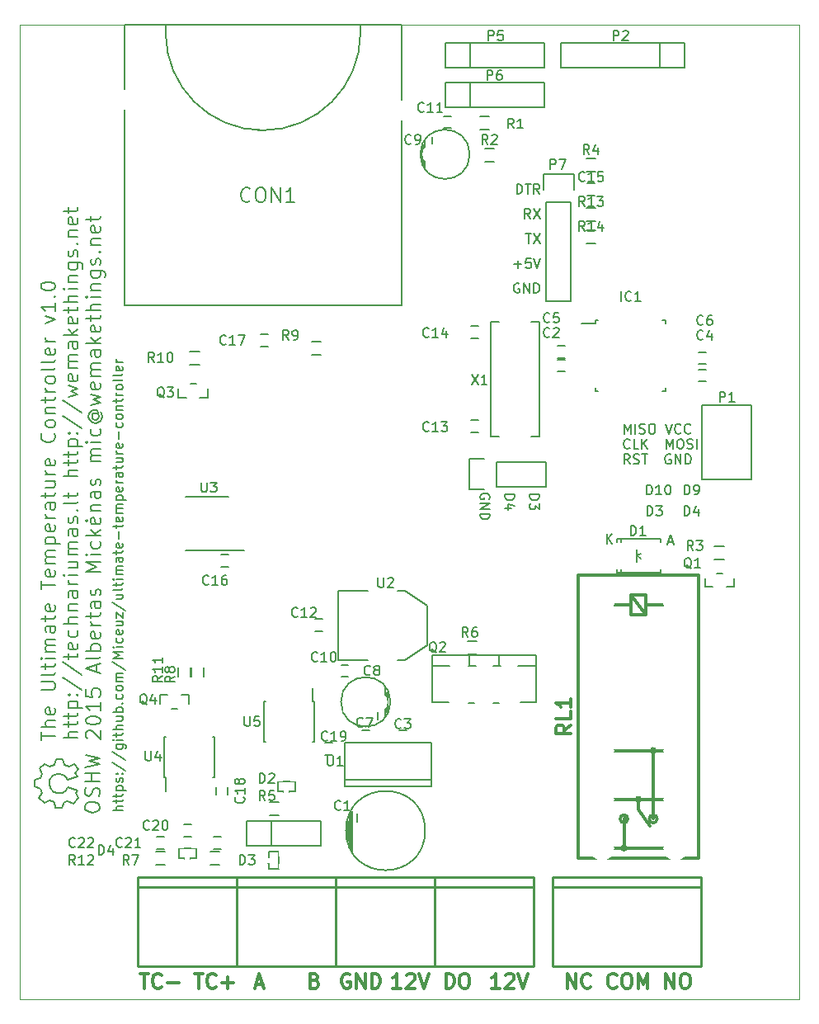
<source format=gbr>
G04 #@! TF.FileFunction,Legend,Top*
%FSLAX46Y46*%
G04 Gerber Fmt 4.6, Leading zero omitted, Abs format (unit mm)*
G04 Created by KiCad (PCBNEW (2015-03-05 BZR 5480)-product) date Mon 09 Mar 2015 11:20:18 AM EET*
%MOMM*%
G01*
G04 APERTURE LIST*
%ADD10C,0.100000*%
%ADD11C,0.150000*%
%ADD12C,0.200000*%
%ADD13C,0.300000*%
%ADD14C,0.254000*%
%ADD15C,0.304800*%
%ADD16C,1.524000*%
%ADD17R,0.900000X1.800000*%
%ADD18R,1.400000X2.000000*%
%ADD19R,1.527000X2.000000*%
%ADD20C,2.000000*%
%ADD21R,1.500000X0.450000*%
%ADD22R,2.999740X2.999740*%
%ADD23C,2.999740*%
%ADD24R,0.599440X1.000760*%
%ADD25R,1.998980X1.998980*%
%ADD26C,1.998980*%
%ADD27R,1.200000X0.750000*%
%ADD28R,0.750000X1.200000*%
%ADD29R,3.500120X1.800860*%
%ADD30R,1.600000X0.550000*%
%ADD31R,0.550000X1.600000*%
%ADD32R,1.524000X1.524000*%
%ADD33R,1.727200X2.032000*%
%ADD34O,1.727200X2.032000*%
%ADD35O,1.699260X3.500120*%
%ADD36R,1.200000X0.900000*%
%ADD37R,2.032000X3.657600*%
%ADD38R,2.032000X1.016000*%
%ADD39R,0.600000X1.550000*%
%ADD40R,2.100580X5.600700*%
%ADD41C,1.778000*%
%ADD42R,1.778000X1.778000*%
%ADD43R,0.900000X1.200000*%
%ADD44C,2.500000*%
%ADD45R,2.032000X1.727200*%
%ADD46O,2.032000X1.727200*%
%ADD47R,1.000760X0.599440*%
G04 APERTURE END LIST*
D10*
D11*
X153019095Y-130982381D02*
X153019095Y-129982381D01*
X153352429Y-130696667D01*
X153685762Y-129982381D01*
X153685762Y-130982381D01*
X154161952Y-130982381D02*
X154161952Y-129982381D01*
X154590523Y-130934762D02*
X154733380Y-130982381D01*
X154971476Y-130982381D01*
X155066714Y-130934762D01*
X155114333Y-130887143D01*
X155161952Y-130791905D01*
X155161952Y-130696667D01*
X155114333Y-130601429D01*
X155066714Y-130553810D01*
X154971476Y-130506190D01*
X154780999Y-130458571D01*
X154685761Y-130410952D01*
X154638142Y-130363333D01*
X154590523Y-130268095D01*
X154590523Y-130172857D01*
X154638142Y-130077619D01*
X154685761Y-130030000D01*
X154780999Y-129982381D01*
X155019095Y-129982381D01*
X155161952Y-130030000D01*
X155780999Y-129982381D02*
X155971476Y-129982381D01*
X156066714Y-130030000D01*
X156161952Y-130125238D01*
X156209571Y-130315714D01*
X156209571Y-130649048D01*
X156161952Y-130839524D01*
X156066714Y-130934762D01*
X155971476Y-130982381D01*
X155780999Y-130982381D01*
X155685761Y-130934762D01*
X155590523Y-130839524D01*
X155542904Y-130649048D01*
X155542904Y-130315714D01*
X155590523Y-130125238D01*
X155685761Y-130030000D01*
X155780999Y-129982381D01*
X157257190Y-129982381D02*
X157590523Y-130982381D01*
X157923857Y-129982381D01*
X158828619Y-130887143D02*
X158781000Y-130934762D01*
X158638143Y-130982381D01*
X158542905Y-130982381D01*
X158400047Y-130934762D01*
X158304809Y-130839524D01*
X158257190Y-130744286D01*
X158209571Y-130553810D01*
X158209571Y-130410952D01*
X158257190Y-130220476D01*
X158304809Y-130125238D01*
X158400047Y-130030000D01*
X158542905Y-129982381D01*
X158638143Y-129982381D01*
X158781000Y-130030000D01*
X158828619Y-130077619D01*
X159828619Y-130887143D02*
X159781000Y-130934762D01*
X159638143Y-130982381D01*
X159542905Y-130982381D01*
X159400047Y-130934762D01*
X159304809Y-130839524D01*
X159257190Y-130744286D01*
X159209571Y-130553810D01*
X159209571Y-130410952D01*
X159257190Y-130220476D01*
X159304809Y-130125238D01*
X159400047Y-130030000D01*
X159542905Y-129982381D01*
X159638143Y-129982381D01*
X159781000Y-130030000D01*
X159828619Y-130077619D01*
X153590524Y-132437143D02*
X153542905Y-132484762D01*
X153400048Y-132532381D01*
X153304810Y-132532381D01*
X153161952Y-132484762D01*
X153066714Y-132389524D01*
X153019095Y-132294286D01*
X152971476Y-132103810D01*
X152971476Y-131960952D01*
X153019095Y-131770476D01*
X153066714Y-131675238D01*
X153161952Y-131580000D01*
X153304810Y-131532381D01*
X153400048Y-131532381D01*
X153542905Y-131580000D01*
X153590524Y-131627619D01*
X154495286Y-132532381D02*
X154019095Y-132532381D01*
X154019095Y-131532381D01*
X154828619Y-132532381D02*
X154828619Y-131532381D01*
X155400048Y-132532381D02*
X154971476Y-131960952D01*
X155400048Y-131532381D02*
X154828619Y-132103810D01*
X157352429Y-132532381D02*
X157352429Y-131532381D01*
X157685763Y-132246667D01*
X158019096Y-131532381D01*
X158019096Y-132532381D01*
X158685762Y-131532381D02*
X158876239Y-131532381D01*
X158971477Y-131580000D01*
X159066715Y-131675238D01*
X159114334Y-131865714D01*
X159114334Y-132199048D01*
X159066715Y-132389524D01*
X158971477Y-132484762D01*
X158876239Y-132532381D01*
X158685762Y-132532381D01*
X158590524Y-132484762D01*
X158495286Y-132389524D01*
X158447667Y-132199048D01*
X158447667Y-131865714D01*
X158495286Y-131675238D01*
X158590524Y-131580000D01*
X158685762Y-131532381D01*
X159495286Y-132484762D02*
X159638143Y-132532381D01*
X159876239Y-132532381D01*
X159971477Y-132484762D01*
X160019096Y-132437143D01*
X160066715Y-132341905D01*
X160066715Y-132246667D01*
X160019096Y-132151429D01*
X159971477Y-132103810D01*
X159876239Y-132056190D01*
X159685762Y-132008571D01*
X159590524Y-131960952D01*
X159542905Y-131913333D01*
X159495286Y-131818095D01*
X159495286Y-131722857D01*
X159542905Y-131627619D01*
X159590524Y-131580000D01*
X159685762Y-131532381D01*
X159923858Y-131532381D01*
X160066715Y-131580000D01*
X160495286Y-132532381D02*
X160495286Y-131532381D01*
X153590524Y-134082381D02*
X153257190Y-133606190D01*
X153019095Y-134082381D02*
X153019095Y-133082381D01*
X153400048Y-133082381D01*
X153495286Y-133130000D01*
X153542905Y-133177619D01*
X153590524Y-133272857D01*
X153590524Y-133415714D01*
X153542905Y-133510952D01*
X153495286Y-133558571D01*
X153400048Y-133606190D01*
X153019095Y-133606190D01*
X153971476Y-134034762D02*
X154114333Y-134082381D01*
X154352429Y-134082381D01*
X154447667Y-134034762D01*
X154495286Y-133987143D01*
X154542905Y-133891905D01*
X154542905Y-133796667D01*
X154495286Y-133701429D01*
X154447667Y-133653810D01*
X154352429Y-133606190D01*
X154161952Y-133558571D01*
X154066714Y-133510952D01*
X154019095Y-133463333D01*
X153971476Y-133368095D01*
X153971476Y-133272857D01*
X154019095Y-133177619D01*
X154066714Y-133130000D01*
X154161952Y-133082381D01*
X154400048Y-133082381D01*
X154542905Y-133130000D01*
X154828619Y-133082381D02*
X155400048Y-133082381D01*
X155114333Y-134082381D02*
X155114333Y-133082381D01*
X157781001Y-133130000D02*
X157685763Y-133082381D01*
X157542906Y-133082381D01*
X157400048Y-133130000D01*
X157304810Y-133225238D01*
X157257191Y-133320476D01*
X157209572Y-133510952D01*
X157209572Y-133653810D01*
X157257191Y-133844286D01*
X157304810Y-133939524D01*
X157400048Y-134034762D01*
X157542906Y-134082381D01*
X157638144Y-134082381D01*
X157781001Y-134034762D01*
X157828620Y-133987143D01*
X157828620Y-133653810D01*
X157638144Y-133653810D01*
X158257191Y-134082381D02*
X158257191Y-133082381D01*
X158828620Y-134082381D01*
X158828620Y-133082381D01*
X159304810Y-134082381D02*
X159304810Y-133082381D01*
X159542905Y-133082381D01*
X159685763Y-133130000D01*
X159781001Y-133225238D01*
X159828620Y-133320476D01*
X159876239Y-133510952D01*
X159876239Y-133653810D01*
X159828620Y-133844286D01*
X159781001Y-133939524D01*
X159685763Y-134034762D01*
X159542905Y-134082381D01*
X159304810Y-134082381D01*
X159194714Y-139390381D02*
X159194714Y-138390381D01*
X159432809Y-138390381D01*
X159575667Y-138438000D01*
X159670905Y-138533238D01*
X159718524Y-138628476D01*
X159766143Y-138818952D01*
X159766143Y-138961810D01*
X159718524Y-139152286D01*
X159670905Y-139247524D01*
X159575667Y-139342762D01*
X159432809Y-139390381D01*
X159194714Y-139390381D01*
X160623286Y-138723714D02*
X160623286Y-139390381D01*
X160385190Y-138342762D02*
X160147095Y-139057048D01*
X160766143Y-139057048D01*
X155384714Y-139390381D02*
X155384714Y-138390381D01*
X155622809Y-138390381D01*
X155765667Y-138438000D01*
X155860905Y-138533238D01*
X155908524Y-138628476D01*
X155956143Y-138818952D01*
X155956143Y-138961810D01*
X155908524Y-139152286D01*
X155860905Y-139247524D01*
X155765667Y-139342762D01*
X155622809Y-139390381D01*
X155384714Y-139390381D01*
X156289476Y-138390381D02*
X156908524Y-138390381D01*
X156575190Y-138771333D01*
X156718048Y-138771333D01*
X156813286Y-138818952D01*
X156860905Y-138866571D01*
X156908524Y-138961810D01*
X156908524Y-139199905D01*
X156860905Y-139295143D01*
X156813286Y-139342762D01*
X156718048Y-139390381D01*
X156432333Y-139390381D01*
X156337095Y-139342762D01*
X156289476Y-139295143D01*
X101544381Y-169629431D02*
X100544381Y-169629431D01*
X101544381Y-169200859D02*
X101020571Y-169200859D01*
X100925333Y-169248478D01*
X100877714Y-169343716D01*
X100877714Y-169486574D01*
X100925333Y-169581812D01*
X100972952Y-169629431D01*
X100877714Y-168867526D02*
X100877714Y-168486574D01*
X100544381Y-168724669D02*
X101401524Y-168724669D01*
X101496762Y-168677050D01*
X101544381Y-168581812D01*
X101544381Y-168486574D01*
X100877714Y-168296097D02*
X100877714Y-167915145D01*
X100544381Y-168153240D02*
X101401524Y-168153240D01*
X101496762Y-168105621D01*
X101544381Y-168010383D01*
X101544381Y-167915145D01*
X100877714Y-167581811D02*
X101877714Y-167581811D01*
X100925333Y-167581811D02*
X100877714Y-167486573D01*
X100877714Y-167296096D01*
X100925333Y-167200858D01*
X100972952Y-167153239D01*
X101068190Y-167105620D01*
X101353905Y-167105620D01*
X101449143Y-167153239D01*
X101496762Y-167200858D01*
X101544381Y-167296096D01*
X101544381Y-167486573D01*
X101496762Y-167581811D01*
X101496762Y-166724668D02*
X101544381Y-166629430D01*
X101544381Y-166438954D01*
X101496762Y-166343715D01*
X101401524Y-166296096D01*
X101353905Y-166296096D01*
X101258667Y-166343715D01*
X101211048Y-166438954D01*
X101211048Y-166581811D01*
X101163429Y-166677049D01*
X101068190Y-166724668D01*
X101020571Y-166724668D01*
X100925333Y-166677049D01*
X100877714Y-166581811D01*
X100877714Y-166438954D01*
X100925333Y-166343715D01*
X101449143Y-165867525D02*
X101496762Y-165819906D01*
X101544381Y-165867525D01*
X101496762Y-165915144D01*
X101449143Y-165867525D01*
X101544381Y-165867525D01*
X100925333Y-165867525D02*
X100972952Y-165819906D01*
X101020571Y-165867525D01*
X100972952Y-165915144D01*
X100925333Y-165867525D01*
X101020571Y-165867525D01*
X100496762Y-164677049D02*
X101782476Y-165534192D01*
X100496762Y-163629430D02*
X101782476Y-164486573D01*
X100877714Y-162867525D02*
X101687238Y-162867525D01*
X101782476Y-162915144D01*
X101830095Y-162962763D01*
X101877714Y-163058002D01*
X101877714Y-163200859D01*
X101830095Y-163296097D01*
X101496762Y-162867525D02*
X101544381Y-162962763D01*
X101544381Y-163153240D01*
X101496762Y-163248478D01*
X101449143Y-163296097D01*
X101353905Y-163343716D01*
X101068190Y-163343716D01*
X100972952Y-163296097D01*
X100925333Y-163248478D01*
X100877714Y-163153240D01*
X100877714Y-162962763D01*
X100925333Y-162867525D01*
X101544381Y-162391335D02*
X100877714Y-162391335D01*
X100544381Y-162391335D02*
X100592000Y-162438954D01*
X100639619Y-162391335D01*
X100592000Y-162343716D01*
X100544381Y-162391335D01*
X100639619Y-162391335D01*
X100877714Y-162058002D02*
X100877714Y-161677050D01*
X100544381Y-161915145D02*
X101401524Y-161915145D01*
X101496762Y-161867526D01*
X101544381Y-161772288D01*
X101544381Y-161677050D01*
X101544381Y-161343716D02*
X100544381Y-161343716D01*
X101544381Y-160915144D02*
X101020571Y-160915144D01*
X100925333Y-160962763D01*
X100877714Y-161058001D01*
X100877714Y-161200859D01*
X100925333Y-161296097D01*
X100972952Y-161343716D01*
X100877714Y-160010382D02*
X101544381Y-160010382D01*
X100877714Y-160438954D02*
X101401524Y-160438954D01*
X101496762Y-160391335D01*
X101544381Y-160296097D01*
X101544381Y-160153239D01*
X101496762Y-160058001D01*
X101449143Y-160010382D01*
X101544381Y-159534192D02*
X100544381Y-159534192D01*
X100925333Y-159534192D02*
X100877714Y-159438954D01*
X100877714Y-159248477D01*
X100925333Y-159153239D01*
X100972952Y-159105620D01*
X101068190Y-159058001D01*
X101353905Y-159058001D01*
X101449143Y-159105620D01*
X101496762Y-159153239D01*
X101544381Y-159248477D01*
X101544381Y-159438954D01*
X101496762Y-159534192D01*
X101449143Y-158629430D02*
X101496762Y-158581811D01*
X101544381Y-158629430D01*
X101496762Y-158677049D01*
X101449143Y-158629430D01*
X101544381Y-158629430D01*
X101496762Y-157724668D02*
X101544381Y-157819906D01*
X101544381Y-158010383D01*
X101496762Y-158105621D01*
X101449143Y-158153240D01*
X101353905Y-158200859D01*
X101068190Y-158200859D01*
X100972952Y-158153240D01*
X100925333Y-158105621D01*
X100877714Y-158010383D01*
X100877714Y-157819906D01*
X100925333Y-157724668D01*
X101544381Y-157153240D02*
X101496762Y-157248478D01*
X101449143Y-157296097D01*
X101353905Y-157343716D01*
X101068190Y-157343716D01*
X100972952Y-157296097D01*
X100925333Y-157248478D01*
X100877714Y-157153240D01*
X100877714Y-157010382D01*
X100925333Y-156915144D01*
X100972952Y-156867525D01*
X101068190Y-156819906D01*
X101353905Y-156819906D01*
X101449143Y-156867525D01*
X101496762Y-156915144D01*
X101544381Y-157010382D01*
X101544381Y-157153240D01*
X101544381Y-156391335D02*
X100877714Y-156391335D01*
X100972952Y-156391335D02*
X100925333Y-156343716D01*
X100877714Y-156248478D01*
X100877714Y-156105620D01*
X100925333Y-156010382D01*
X101020571Y-155962763D01*
X101544381Y-155962763D01*
X101020571Y-155962763D02*
X100925333Y-155915144D01*
X100877714Y-155819906D01*
X100877714Y-155677049D01*
X100925333Y-155581811D01*
X101020571Y-155534192D01*
X101544381Y-155534192D01*
X100496762Y-154343716D02*
X101782476Y-155200859D01*
X101544381Y-154010383D02*
X100544381Y-154010383D01*
X101258667Y-153677049D01*
X100544381Y-153343716D01*
X101544381Y-153343716D01*
X101544381Y-152867526D02*
X100877714Y-152867526D01*
X100544381Y-152867526D02*
X100592000Y-152915145D01*
X100639619Y-152867526D01*
X100592000Y-152819907D01*
X100544381Y-152867526D01*
X100639619Y-152867526D01*
X101496762Y-151962764D02*
X101544381Y-152058002D01*
X101544381Y-152248479D01*
X101496762Y-152343717D01*
X101449143Y-152391336D01*
X101353905Y-152438955D01*
X101068190Y-152438955D01*
X100972952Y-152391336D01*
X100925333Y-152343717D01*
X100877714Y-152248479D01*
X100877714Y-152058002D01*
X100925333Y-151962764D01*
X101496762Y-151153240D02*
X101544381Y-151248478D01*
X101544381Y-151438955D01*
X101496762Y-151534193D01*
X101401524Y-151581812D01*
X101020571Y-151581812D01*
X100925333Y-151534193D01*
X100877714Y-151438955D01*
X100877714Y-151248478D01*
X100925333Y-151153240D01*
X101020571Y-151105621D01*
X101115810Y-151105621D01*
X101211048Y-151581812D01*
X100877714Y-150248478D02*
X101544381Y-150248478D01*
X100877714Y-150677050D02*
X101401524Y-150677050D01*
X101496762Y-150629431D01*
X101544381Y-150534193D01*
X101544381Y-150391335D01*
X101496762Y-150296097D01*
X101449143Y-150248478D01*
X100877714Y-149867526D02*
X100877714Y-149343716D01*
X101544381Y-149867526D01*
X101544381Y-149343716D01*
X100496762Y-148248478D02*
X101782476Y-149105621D01*
X100877714Y-147486573D02*
X101544381Y-147486573D01*
X100877714Y-147915145D02*
X101401524Y-147915145D01*
X101496762Y-147867526D01*
X101544381Y-147772288D01*
X101544381Y-147629430D01*
X101496762Y-147534192D01*
X101449143Y-147486573D01*
X101544381Y-146867526D02*
X101496762Y-146962764D01*
X101401524Y-147010383D01*
X100544381Y-147010383D01*
X100877714Y-146629430D02*
X100877714Y-146248478D01*
X100544381Y-146486573D02*
X101401524Y-146486573D01*
X101496762Y-146438954D01*
X101544381Y-146343716D01*
X101544381Y-146248478D01*
X101544381Y-145915144D02*
X100877714Y-145915144D01*
X100544381Y-145915144D02*
X100592000Y-145962763D01*
X100639619Y-145915144D01*
X100592000Y-145867525D01*
X100544381Y-145915144D01*
X100639619Y-145915144D01*
X101544381Y-145438954D02*
X100877714Y-145438954D01*
X100972952Y-145438954D02*
X100925333Y-145391335D01*
X100877714Y-145296097D01*
X100877714Y-145153239D01*
X100925333Y-145058001D01*
X101020571Y-145010382D01*
X101544381Y-145010382D01*
X101020571Y-145010382D02*
X100925333Y-144962763D01*
X100877714Y-144867525D01*
X100877714Y-144724668D01*
X100925333Y-144629430D01*
X101020571Y-144581811D01*
X101544381Y-144581811D01*
X101544381Y-143677049D02*
X101020571Y-143677049D01*
X100925333Y-143724668D01*
X100877714Y-143819906D01*
X100877714Y-144010383D01*
X100925333Y-144105621D01*
X101496762Y-143677049D02*
X101544381Y-143772287D01*
X101544381Y-144010383D01*
X101496762Y-144105621D01*
X101401524Y-144153240D01*
X101306286Y-144153240D01*
X101211048Y-144105621D01*
X101163429Y-144010383D01*
X101163429Y-143772287D01*
X101115810Y-143677049D01*
X100877714Y-143343716D02*
X100877714Y-142962764D01*
X100544381Y-143200859D02*
X101401524Y-143200859D01*
X101496762Y-143153240D01*
X101544381Y-143058002D01*
X101544381Y-142962764D01*
X101496762Y-142248477D02*
X101544381Y-142343715D01*
X101544381Y-142534192D01*
X101496762Y-142629430D01*
X101401524Y-142677049D01*
X101020571Y-142677049D01*
X100925333Y-142629430D01*
X100877714Y-142534192D01*
X100877714Y-142343715D01*
X100925333Y-142248477D01*
X101020571Y-142200858D01*
X101115810Y-142200858D01*
X101211048Y-142677049D01*
X101163429Y-141772287D02*
X101163429Y-141010382D01*
X100877714Y-140677049D02*
X100877714Y-140296097D01*
X100544381Y-140534192D02*
X101401524Y-140534192D01*
X101496762Y-140486573D01*
X101544381Y-140391335D01*
X101544381Y-140296097D01*
X101496762Y-139581810D02*
X101544381Y-139677048D01*
X101544381Y-139867525D01*
X101496762Y-139962763D01*
X101401524Y-140010382D01*
X101020571Y-140010382D01*
X100925333Y-139962763D01*
X100877714Y-139867525D01*
X100877714Y-139677048D01*
X100925333Y-139581810D01*
X101020571Y-139534191D01*
X101115810Y-139534191D01*
X101211048Y-140010382D01*
X101544381Y-139105620D02*
X100877714Y-139105620D01*
X100972952Y-139105620D02*
X100925333Y-139058001D01*
X100877714Y-138962763D01*
X100877714Y-138819905D01*
X100925333Y-138724667D01*
X101020571Y-138677048D01*
X101544381Y-138677048D01*
X101020571Y-138677048D02*
X100925333Y-138629429D01*
X100877714Y-138534191D01*
X100877714Y-138391334D01*
X100925333Y-138296096D01*
X101020571Y-138248477D01*
X101544381Y-138248477D01*
X100877714Y-137772287D02*
X101877714Y-137772287D01*
X100925333Y-137772287D02*
X100877714Y-137677049D01*
X100877714Y-137486572D01*
X100925333Y-137391334D01*
X100972952Y-137343715D01*
X101068190Y-137296096D01*
X101353905Y-137296096D01*
X101449143Y-137343715D01*
X101496762Y-137391334D01*
X101544381Y-137486572D01*
X101544381Y-137677049D01*
X101496762Y-137772287D01*
X101496762Y-136486572D02*
X101544381Y-136581810D01*
X101544381Y-136772287D01*
X101496762Y-136867525D01*
X101401524Y-136915144D01*
X101020571Y-136915144D01*
X100925333Y-136867525D01*
X100877714Y-136772287D01*
X100877714Y-136581810D01*
X100925333Y-136486572D01*
X101020571Y-136438953D01*
X101115810Y-136438953D01*
X101211048Y-136915144D01*
X101544381Y-136010382D02*
X100877714Y-136010382D01*
X101068190Y-136010382D02*
X100972952Y-135962763D01*
X100925333Y-135915144D01*
X100877714Y-135819906D01*
X100877714Y-135724667D01*
X101544381Y-134962762D02*
X101020571Y-134962762D01*
X100925333Y-135010381D01*
X100877714Y-135105619D01*
X100877714Y-135296096D01*
X100925333Y-135391334D01*
X101496762Y-134962762D02*
X101544381Y-135058000D01*
X101544381Y-135296096D01*
X101496762Y-135391334D01*
X101401524Y-135438953D01*
X101306286Y-135438953D01*
X101211048Y-135391334D01*
X101163429Y-135296096D01*
X101163429Y-135058000D01*
X101115810Y-134962762D01*
X100877714Y-134629429D02*
X100877714Y-134248477D01*
X100544381Y-134486572D02*
X101401524Y-134486572D01*
X101496762Y-134438953D01*
X101544381Y-134343715D01*
X101544381Y-134248477D01*
X100877714Y-133486571D02*
X101544381Y-133486571D01*
X100877714Y-133915143D02*
X101401524Y-133915143D01*
X101496762Y-133867524D01*
X101544381Y-133772286D01*
X101544381Y-133629428D01*
X101496762Y-133534190D01*
X101449143Y-133486571D01*
X101544381Y-133010381D02*
X100877714Y-133010381D01*
X101068190Y-133010381D02*
X100972952Y-132962762D01*
X100925333Y-132915143D01*
X100877714Y-132819905D01*
X100877714Y-132724666D01*
X101496762Y-132010380D02*
X101544381Y-132105618D01*
X101544381Y-132296095D01*
X101496762Y-132391333D01*
X101401524Y-132438952D01*
X101020571Y-132438952D01*
X100925333Y-132391333D01*
X100877714Y-132296095D01*
X100877714Y-132105618D01*
X100925333Y-132010380D01*
X101020571Y-131962761D01*
X101115810Y-131962761D01*
X101211048Y-132438952D01*
X101163429Y-131534190D02*
X101163429Y-130772285D01*
X101496762Y-129867523D02*
X101544381Y-129962761D01*
X101544381Y-130153238D01*
X101496762Y-130248476D01*
X101449143Y-130296095D01*
X101353905Y-130343714D01*
X101068190Y-130343714D01*
X100972952Y-130296095D01*
X100925333Y-130248476D01*
X100877714Y-130153238D01*
X100877714Y-129962761D01*
X100925333Y-129867523D01*
X101544381Y-129296095D02*
X101496762Y-129391333D01*
X101449143Y-129438952D01*
X101353905Y-129486571D01*
X101068190Y-129486571D01*
X100972952Y-129438952D01*
X100925333Y-129391333D01*
X100877714Y-129296095D01*
X100877714Y-129153237D01*
X100925333Y-129057999D01*
X100972952Y-129010380D01*
X101068190Y-128962761D01*
X101353905Y-128962761D01*
X101449143Y-129010380D01*
X101496762Y-129057999D01*
X101544381Y-129153237D01*
X101544381Y-129296095D01*
X100877714Y-128534190D02*
X101544381Y-128534190D01*
X100972952Y-128534190D02*
X100925333Y-128486571D01*
X100877714Y-128391333D01*
X100877714Y-128248475D01*
X100925333Y-128153237D01*
X101020571Y-128105618D01*
X101544381Y-128105618D01*
X100877714Y-127772285D02*
X100877714Y-127391333D01*
X100544381Y-127629428D02*
X101401524Y-127629428D01*
X101496762Y-127581809D01*
X101544381Y-127486571D01*
X101544381Y-127391333D01*
X101544381Y-127057999D02*
X100877714Y-127057999D01*
X101068190Y-127057999D02*
X100972952Y-127010380D01*
X100925333Y-126962761D01*
X100877714Y-126867523D01*
X100877714Y-126772284D01*
X101544381Y-126296094D02*
X101496762Y-126391332D01*
X101449143Y-126438951D01*
X101353905Y-126486570D01*
X101068190Y-126486570D01*
X100972952Y-126438951D01*
X100925333Y-126391332D01*
X100877714Y-126296094D01*
X100877714Y-126153236D01*
X100925333Y-126057998D01*
X100972952Y-126010379D01*
X101068190Y-125962760D01*
X101353905Y-125962760D01*
X101449143Y-126010379D01*
X101496762Y-126057998D01*
X101544381Y-126153236D01*
X101544381Y-126296094D01*
X101544381Y-125391332D02*
X101496762Y-125486570D01*
X101401524Y-125534189D01*
X100544381Y-125534189D01*
X101544381Y-124867522D02*
X101496762Y-124962760D01*
X101401524Y-125010379D01*
X100544381Y-125010379D01*
X101496762Y-124105616D02*
X101544381Y-124200854D01*
X101544381Y-124391331D01*
X101496762Y-124486569D01*
X101401524Y-124534188D01*
X101020571Y-124534188D01*
X100925333Y-124486569D01*
X100877714Y-124391331D01*
X100877714Y-124200854D01*
X100925333Y-124105616D01*
X101020571Y-124057997D01*
X101115810Y-124057997D01*
X101211048Y-124534188D01*
X101544381Y-123629426D02*
X100877714Y-123629426D01*
X101068190Y-123629426D02*
X100972952Y-123581807D01*
X100925333Y-123534188D01*
X100877714Y-123438950D01*
X100877714Y-123343711D01*
X155321333Y-137231381D02*
X155321333Y-136231381D01*
X155559428Y-136231381D01*
X155702286Y-136279000D01*
X155797524Y-136374238D01*
X155845143Y-136469476D01*
X155892762Y-136659952D01*
X155892762Y-136802810D01*
X155845143Y-136993286D01*
X155797524Y-137088524D01*
X155702286Y-137183762D01*
X155559428Y-137231381D01*
X155321333Y-137231381D01*
X156845143Y-137231381D02*
X156273714Y-137231381D01*
X156559428Y-137231381D02*
X156559428Y-136231381D01*
X156464190Y-136374238D01*
X156368952Y-136469476D01*
X156273714Y-136517095D01*
X157464190Y-136231381D02*
X157559429Y-136231381D01*
X157654667Y-136279000D01*
X157702286Y-136326619D01*
X157749905Y-136421857D01*
X157797524Y-136612333D01*
X157797524Y-136850429D01*
X157749905Y-137040905D01*
X157702286Y-137136143D01*
X157654667Y-137183762D01*
X157559429Y-137231381D01*
X157464190Y-137231381D01*
X157368952Y-137183762D01*
X157321333Y-137136143D01*
X157273714Y-137040905D01*
X157226095Y-136850429D01*
X157226095Y-136612333D01*
X157273714Y-136421857D01*
X157321333Y-136326619D01*
X157368952Y-136279000D01*
X157464190Y-136231381D01*
X159194714Y-137231381D02*
X159194714Y-136231381D01*
X159432809Y-136231381D01*
X159575667Y-136279000D01*
X159670905Y-136374238D01*
X159718524Y-136469476D01*
X159766143Y-136659952D01*
X159766143Y-136802810D01*
X159718524Y-136993286D01*
X159670905Y-137088524D01*
X159575667Y-137183762D01*
X159432809Y-137231381D01*
X159194714Y-137231381D01*
X160242333Y-137231381D02*
X160432809Y-137231381D01*
X160528048Y-137183762D01*
X160575667Y-137136143D01*
X160670905Y-136993286D01*
X160718524Y-136802810D01*
X160718524Y-136421857D01*
X160670905Y-136326619D01*
X160623286Y-136279000D01*
X160528048Y-136231381D01*
X160337571Y-136231381D01*
X160242333Y-136279000D01*
X160194714Y-136326619D01*
X160147095Y-136421857D01*
X160147095Y-136659952D01*
X160194714Y-136755190D01*
X160242333Y-136802810D01*
X160337571Y-136850429D01*
X160528048Y-136850429D01*
X160623286Y-136802810D01*
X160670905Y-136755190D01*
X160718524Y-136659952D01*
X143311619Y-137223714D02*
X144311619Y-137223714D01*
X144311619Y-137461809D01*
X144264000Y-137604667D01*
X144168762Y-137699905D01*
X144073524Y-137747524D01*
X143883048Y-137795143D01*
X143740190Y-137795143D01*
X143549714Y-137747524D01*
X143454476Y-137699905D01*
X143359238Y-137604667D01*
X143311619Y-137461809D01*
X143311619Y-137223714D01*
X144311619Y-138128476D02*
X144311619Y-138747524D01*
X143930667Y-138414190D01*
X143930667Y-138557048D01*
X143883048Y-138652286D01*
X143835429Y-138699905D01*
X143740190Y-138747524D01*
X143502095Y-138747524D01*
X143406857Y-138699905D01*
X143359238Y-138652286D01*
X143311619Y-138557048D01*
X143311619Y-138271333D01*
X143359238Y-138176095D01*
X143406857Y-138128476D01*
X140771619Y-137223714D02*
X141771619Y-137223714D01*
X141771619Y-137461809D01*
X141724000Y-137604667D01*
X141628762Y-137699905D01*
X141533524Y-137747524D01*
X141343048Y-137795143D01*
X141200190Y-137795143D01*
X141009714Y-137747524D01*
X140914476Y-137699905D01*
X140819238Y-137604667D01*
X140771619Y-137461809D01*
X140771619Y-137223714D01*
X141438286Y-138652286D02*
X140771619Y-138652286D01*
X141819238Y-138414190D02*
X141104952Y-138176095D01*
X141104952Y-138795143D01*
X139184000Y-137668286D02*
X139231619Y-137573048D01*
X139231619Y-137430191D01*
X139184000Y-137287333D01*
X139088762Y-137192095D01*
X138993524Y-137144476D01*
X138803048Y-137096857D01*
X138660190Y-137096857D01*
X138469714Y-137144476D01*
X138374476Y-137192095D01*
X138279238Y-137287333D01*
X138231619Y-137430191D01*
X138231619Y-137525429D01*
X138279238Y-137668286D01*
X138326857Y-137715905D01*
X138660190Y-137715905D01*
X138660190Y-137525429D01*
X138231619Y-138144476D02*
X139231619Y-138144476D01*
X138231619Y-138715905D01*
X139231619Y-138715905D01*
X138231619Y-139192095D02*
X139231619Y-139192095D01*
X139231619Y-139430190D01*
X139184000Y-139573048D01*
X139088762Y-139668286D01*
X138993524Y-139715905D01*
X138803048Y-139763524D01*
X138660190Y-139763524D01*
X138469714Y-139715905D01*
X138374476Y-139668286D01*
X138279238Y-139573048D01*
X138231619Y-139430190D01*
X138231619Y-139192095D01*
X142240286Y-115578000D02*
X142145048Y-115530381D01*
X142002191Y-115530381D01*
X141859333Y-115578000D01*
X141764095Y-115673238D01*
X141716476Y-115768476D01*
X141668857Y-115958952D01*
X141668857Y-116101810D01*
X141716476Y-116292286D01*
X141764095Y-116387524D01*
X141859333Y-116482762D01*
X142002191Y-116530381D01*
X142097429Y-116530381D01*
X142240286Y-116482762D01*
X142287905Y-116435143D01*
X142287905Y-116101810D01*
X142097429Y-116101810D01*
X142716476Y-116530381D02*
X142716476Y-115530381D01*
X143287905Y-116530381D01*
X143287905Y-115530381D01*
X143764095Y-116530381D02*
X143764095Y-115530381D01*
X144002190Y-115530381D01*
X144145048Y-115578000D01*
X144240286Y-115673238D01*
X144287905Y-115768476D01*
X144335524Y-115958952D01*
X144335524Y-116101810D01*
X144287905Y-116292286D01*
X144240286Y-116387524D01*
X144145048Y-116482762D01*
X144002190Y-116530381D01*
X143764095Y-116530381D01*
X141716476Y-113609429D02*
X142478381Y-113609429D01*
X142097429Y-113990381D02*
X142097429Y-113228476D01*
X143430762Y-112990381D02*
X142954571Y-112990381D01*
X142906952Y-113466571D01*
X142954571Y-113418952D01*
X143049809Y-113371333D01*
X143287905Y-113371333D01*
X143383143Y-113418952D01*
X143430762Y-113466571D01*
X143478381Y-113561810D01*
X143478381Y-113799905D01*
X143430762Y-113895143D01*
X143383143Y-113942762D01*
X143287905Y-113990381D01*
X143049809Y-113990381D01*
X142954571Y-113942762D01*
X142906952Y-113895143D01*
X143764095Y-112990381D02*
X144097428Y-113990381D01*
X144430762Y-112990381D01*
X142906952Y-110450381D02*
X143478381Y-110450381D01*
X143192666Y-111450381D02*
X143192666Y-110450381D01*
X143716476Y-110450381D02*
X144383143Y-111450381D01*
X144383143Y-110450381D02*
X143716476Y-111450381D01*
X143383143Y-108910381D02*
X143049809Y-108434190D01*
X142811714Y-108910381D02*
X142811714Y-107910381D01*
X143192667Y-107910381D01*
X143287905Y-107958000D01*
X143335524Y-108005619D01*
X143383143Y-108100857D01*
X143383143Y-108243714D01*
X143335524Y-108338952D01*
X143287905Y-108386571D01*
X143192667Y-108434190D01*
X142811714Y-108434190D01*
X143716476Y-107910381D02*
X144383143Y-108910381D01*
X144383143Y-107910381D02*
X143716476Y-108910381D01*
X142002190Y-106370381D02*
X142002190Y-105370381D01*
X142240285Y-105370381D01*
X142383143Y-105418000D01*
X142478381Y-105513238D01*
X142526000Y-105608476D01*
X142573619Y-105798952D01*
X142573619Y-105941810D01*
X142526000Y-106132286D01*
X142478381Y-106227524D01*
X142383143Y-106322762D01*
X142240285Y-106370381D01*
X142002190Y-106370381D01*
X142859333Y-105370381D02*
X143430762Y-105370381D01*
X143145047Y-106370381D02*
X143145047Y-105370381D01*
X144335524Y-106370381D02*
X144002190Y-105894190D01*
X143764095Y-106370381D02*
X143764095Y-105370381D01*
X144145048Y-105370381D01*
X144240286Y-105418000D01*
X144287905Y-105465619D01*
X144335524Y-105560857D01*
X144335524Y-105703714D01*
X144287905Y-105798952D01*
X144240286Y-105846571D01*
X144145048Y-105894190D01*
X143764095Y-105894190D01*
D12*
X93144571Y-162417143D02*
X93144571Y-161560000D01*
X94644571Y-161988571D02*
X93144571Y-161988571D01*
X94644571Y-161060000D02*
X93144571Y-161060000D01*
X94644571Y-160417143D02*
X93858857Y-160417143D01*
X93716000Y-160488572D01*
X93644571Y-160631429D01*
X93644571Y-160845714D01*
X93716000Y-160988572D01*
X93787429Y-161060000D01*
X94573143Y-159131429D02*
X94644571Y-159274286D01*
X94644571Y-159560000D01*
X94573143Y-159702857D01*
X94430286Y-159774286D01*
X93858857Y-159774286D01*
X93716000Y-159702857D01*
X93644571Y-159560000D01*
X93644571Y-159274286D01*
X93716000Y-159131429D01*
X93858857Y-159060000D01*
X94001714Y-159060000D01*
X94144571Y-159774286D01*
X93144571Y-157274286D02*
X94358857Y-157274286D01*
X94501714Y-157202858D01*
X94573143Y-157131429D01*
X94644571Y-156988572D01*
X94644571Y-156702858D01*
X94573143Y-156560000D01*
X94501714Y-156488572D01*
X94358857Y-156417143D01*
X93144571Y-156417143D01*
X94644571Y-155488571D02*
X94573143Y-155631429D01*
X94430286Y-155702857D01*
X93144571Y-155702857D01*
X93644571Y-155131429D02*
X93644571Y-154560000D01*
X93144571Y-154917143D02*
X94430286Y-154917143D01*
X94573143Y-154845715D01*
X94644571Y-154702857D01*
X94644571Y-154560000D01*
X94644571Y-154060000D02*
X93644571Y-154060000D01*
X93144571Y-154060000D02*
X93216000Y-154131429D01*
X93287429Y-154060000D01*
X93216000Y-153988572D01*
X93144571Y-154060000D01*
X93287429Y-154060000D01*
X94644571Y-153345714D02*
X93644571Y-153345714D01*
X93787429Y-153345714D02*
X93716000Y-153274286D01*
X93644571Y-153131428D01*
X93644571Y-152917143D01*
X93716000Y-152774286D01*
X93858857Y-152702857D01*
X94644571Y-152702857D01*
X93858857Y-152702857D02*
X93716000Y-152631428D01*
X93644571Y-152488571D01*
X93644571Y-152274286D01*
X93716000Y-152131428D01*
X93858857Y-152060000D01*
X94644571Y-152060000D01*
X94644571Y-150702857D02*
X93858857Y-150702857D01*
X93716000Y-150774286D01*
X93644571Y-150917143D01*
X93644571Y-151202857D01*
X93716000Y-151345714D01*
X94573143Y-150702857D02*
X94644571Y-150845714D01*
X94644571Y-151202857D01*
X94573143Y-151345714D01*
X94430286Y-151417143D01*
X94287429Y-151417143D01*
X94144571Y-151345714D01*
X94073143Y-151202857D01*
X94073143Y-150845714D01*
X94001714Y-150702857D01*
X93644571Y-150202857D02*
X93644571Y-149631428D01*
X93144571Y-149988571D02*
X94430286Y-149988571D01*
X94573143Y-149917143D01*
X94644571Y-149774285D01*
X94644571Y-149631428D01*
X94573143Y-148560000D02*
X94644571Y-148702857D01*
X94644571Y-148988571D01*
X94573143Y-149131428D01*
X94430286Y-149202857D01*
X93858857Y-149202857D01*
X93716000Y-149131428D01*
X93644571Y-148988571D01*
X93644571Y-148702857D01*
X93716000Y-148560000D01*
X93858857Y-148488571D01*
X94001714Y-148488571D01*
X94144571Y-149202857D01*
X93144571Y-146917143D02*
X93144571Y-146060000D01*
X94644571Y-146488571D02*
X93144571Y-146488571D01*
X94573143Y-144988572D02*
X94644571Y-145131429D01*
X94644571Y-145417143D01*
X94573143Y-145560000D01*
X94430286Y-145631429D01*
X93858857Y-145631429D01*
X93716000Y-145560000D01*
X93644571Y-145417143D01*
X93644571Y-145131429D01*
X93716000Y-144988572D01*
X93858857Y-144917143D01*
X94001714Y-144917143D01*
X94144571Y-145631429D01*
X94644571Y-144274286D02*
X93644571Y-144274286D01*
X93787429Y-144274286D02*
X93716000Y-144202858D01*
X93644571Y-144060000D01*
X93644571Y-143845715D01*
X93716000Y-143702858D01*
X93858857Y-143631429D01*
X94644571Y-143631429D01*
X93858857Y-143631429D02*
X93716000Y-143560000D01*
X93644571Y-143417143D01*
X93644571Y-143202858D01*
X93716000Y-143060000D01*
X93858857Y-142988572D01*
X94644571Y-142988572D01*
X93644571Y-142274286D02*
X95144571Y-142274286D01*
X93716000Y-142274286D02*
X93644571Y-142131429D01*
X93644571Y-141845715D01*
X93716000Y-141702858D01*
X93787429Y-141631429D01*
X93930286Y-141560000D01*
X94358857Y-141560000D01*
X94501714Y-141631429D01*
X94573143Y-141702858D01*
X94644571Y-141845715D01*
X94644571Y-142131429D01*
X94573143Y-142274286D01*
X94573143Y-140345715D02*
X94644571Y-140488572D01*
X94644571Y-140774286D01*
X94573143Y-140917143D01*
X94430286Y-140988572D01*
X93858857Y-140988572D01*
X93716000Y-140917143D01*
X93644571Y-140774286D01*
X93644571Y-140488572D01*
X93716000Y-140345715D01*
X93858857Y-140274286D01*
X94001714Y-140274286D01*
X94144571Y-140988572D01*
X94644571Y-139631429D02*
X93644571Y-139631429D01*
X93930286Y-139631429D02*
X93787429Y-139560001D01*
X93716000Y-139488572D01*
X93644571Y-139345715D01*
X93644571Y-139202858D01*
X94644571Y-138060001D02*
X93858857Y-138060001D01*
X93716000Y-138131430D01*
X93644571Y-138274287D01*
X93644571Y-138560001D01*
X93716000Y-138702858D01*
X94573143Y-138060001D02*
X94644571Y-138202858D01*
X94644571Y-138560001D01*
X94573143Y-138702858D01*
X94430286Y-138774287D01*
X94287429Y-138774287D01*
X94144571Y-138702858D01*
X94073143Y-138560001D01*
X94073143Y-138202858D01*
X94001714Y-138060001D01*
X93644571Y-137560001D02*
X93644571Y-136988572D01*
X93144571Y-137345715D02*
X94430286Y-137345715D01*
X94573143Y-137274287D01*
X94644571Y-137131429D01*
X94644571Y-136988572D01*
X93644571Y-135845715D02*
X94644571Y-135845715D01*
X93644571Y-136488572D02*
X94430286Y-136488572D01*
X94573143Y-136417144D01*
X94644571Y-136274286D01*
X94644571Y-136060001D01*
X94573143Y-135917144D01*
X94501714Y-135845715D01*
X94644571Y-135131429D02*
X93644571Y-135131429D01*
X93930286Y-135131429D02*
X93787429Y-135060001D01*
X93716000Y-134988572D01*
X93644571Y-134845715D01*
X93644571Y-134702858D01*
X94573143Y-133631430D02*
X94644571Y-133774287D01*
X94644571Y-134060001D01*
X94573143Y-134202858D01*
X94430286Y-134274287D01*
X93858857Y-134274287D01*
X93716000Y-134202858D01*
X93644571Y-134060001D01*
X93644571Y-133774287D01*
X93716000Y-133631430D01*
X93858857Y-133560001D01*
X94001714Y-133560001D01*
X94144571Y-134274287D01*
X94501714Y-130917144D02*
X94573143Y-130988573D01*
X94644571Y-131202859D01*
X94644571Y-131345716D01*
X94573143Y-131560001D01*
X94430286Y-131702859D01*
X94287429Y-131774287D01*
X94001714Y-131845716D01*
X93787429Y-131845716D01*
X93501714Y-131774287D01*
X93358857Y-131702859D01*
X93216000Y-131560001D01*
X93144571Y-131345716D01*
X93144571Y-131202859D01*
X93216000Y-130988573D01*
X93287429Y-130917144D01*
X94644571Y-130060001D02*
X94573143Y-130202859D01*
X94501714Y-130274287D01*
X94358857Y-130345716D01*
X93930286Y-130345716D01*
X93787429Y-130274287D01*
X93716000Y-130202859D01*
X93644571Y-130060001D01*
X93644571Y-129845716D01*
X93716000Y-129702859D01*
X93787429Y-129631430D01*
X93930286Y-129560001D01*
X94358857Y-129560001D01*
X94501714Y-129631430D01*
X94573143Y-129702859D01*
X94644571Y-129845716D01*
X94644571Y-130060001D01*
X93644571Y-128917144D02*
X94644571Y-128917144D01*
X93787429Y-128917144D02*
X93716000Y-128845716D01*
X93644571Y-128702858D01*
X93644571Y-128488573D01*
X93716000Y-128345716D01*
X93858857Y-128274287D01*
X94644571Y-128274287D01*
X93644571Y-127774287D02*
X93644571Y-127202858D01*
X93144571Y-127560001D02*
X94430286Y-127560001D01*
X94573143Y-127488573D01*
X94644571Y-127345715D01*
X94644571Y-127202858D01*
X94644571Y-126702858D02*
X93644571Y-126702858D01*
X93930286Y-126702858D02*
X93787429Y-126631430D01*
X93716000Y-126560001D01*
X93644571Y-126417144D01*
X93644571Y-126274287D01*
X94644571Y-125560001D02*
X94573143Y-125702859D01*
X94501714Y-125774287D01*
X94358857Y-125845716D01*
X93930286Y-125845716D01*
X93787429Y-125774287D01*
X93716000Y-125702859D01*
X93644571Y-125560001D01*
X93644571Y-125345716D01*
X93716000Y-125202859D01*
X93787429Y-125131430D01*
X93930286Y-125060001D01*
X94358857Y-125060001D01*
X94501714Y-125131430D01*
X94573143Y-125202859D01*
X94644571Y-125345716D01*
X94644571Y-125560001D01*
X94644571Y-124202858D02*
X94573143Y-124345716D01*
X94430286Y-124417144D01*
X93144571Y-124417144D01*
X94644571Y-123417144D02*
X94573143Y-123560002D01*
X94430286Y-123631430D01*
X93144571Y-123631430D01*
X94573143Y-122274288D02*
X94644571Y-122417145D01*
X94644571Y-122702859D01*
X94573143Y-122845716D01*
X94430286Y-122917145D01*
X93858857Y-122917145D01*
X93716000Y-122845716D01*
X93644571Y-122702859D01*
X93644571Y-122417145D01*
X93716000Y-122274288D01*
X93858857Y-122202859D01*
X94001714Y-122202859D01*
X94144571Y-122917145D01*
X94644571Y-121560002D02*
X93644571Y-121560002D01*
X93930286Y-121560002D02*
X93787429Y-121488574D01*
X93716000Y-121417145D01*
X93644571Y-121274288D01*
X93644571Y-121131431D01*
X93644571Y-119631431D02*
X94644571Y-119274288D01*
X93644571Y-118917146D01*
X94644571Y-117560003D02*
X94644571Y-118417146D01*
X94644571Y-117988574D02*
X93144571Y-117988574D01*
X93358857Y-118131431D01*
X93501714Y-118274289D01*
X93573143Y-118417146D01*
X94501714Y-116917146D02*
X94573143Y-116845718D01*
X94644571Y-116917146D01*
X94573143Y-116988575D01*
X94501714Y-116917146D01*
X94644571Y-116917146D01*
X93144571Y-115917146D02*
X93144571Y-115774289D01*
X93216000Y-115631432D01*
X93287429Y-115560003D01*
X93430286Y-115488574D01*
X93716000Y-115417146D01*
X94073143Y-115417146D01*
X94358857Y-115488574D01*
X94501714Y-115560003D01*
X94573143Y-115631432D01*
X94644571Y-115774289D01*
X94644571Y-115917146D01*
X94573143Y-116060003D01*
X94501714Y-116131432D01*
X94358857Y-116202860D01*
X94073143Y-116274289D01*
X93716000Y-116274289D01*
X93430286Y-116202860D01*
X93287429Y-116131432D01*
X93216000Y-116060003D01*
X93144571Y-115917146D01*
X96944571Y-162202857D02*
X95444571Y-162202857D01*
X96944571Y-161560000D02*
X96158857Y-161560000D01*
X96016000Y-161631429D01*
X95944571Y-161774286D01*
X95944571Y-161988571D01*
X96016000Y-162131429D01*
X96087429Y-162202857D01*
X95944571Y-161060000D02*
X95944571Y-160488571D01*
X95444571Y-160845714D02*
X96730286Y-160845714D01*
X96873143Y-160774286D01*
X96944571Y-160631428D01*
X96944571Y-160488571D01*
X95944571Y-160202857D02*
X95944571Y-159631428D01*
X95444571Y-159988571D02*
X96730286Y-159988571D01*
X96873143Y-159917143D01*
X96944571Y-159774285D01*
X96944571Y-159631428D01*
X95944571Y-159131428D02*
X97444571Y-159131428D01*
X96016000Y-159131428D02*
X95944571Y-158988571D01*
X95944571Y-158702857D01*
X96016000Y-158560000D01*
X96087429Y-158488571D01*
X96230286Y-158417142D01*
X96658857Y-158417142D01*
X96801714Y-158488571D01*
X96873143Y-158560000D01*
X96944571Y-158702857D01*
X96944571Y-158988571D01*
X96873143Y-159131428D01*
X96801714Y-157774285D02*
X96873143Y-157702857D01*
X96944571Y-157774285D01*
X96873143Y-157845714D01*
X96801714Y-157774285D01*
X96944571Y-157774285D01*
X96016000Y-157774285D02*
X96087429Y-157702857D01*
X96158857Y-157774285D01*
X96087429Y-157845714D01*
X96016000Y-157774285D01*
X96158857Y-157774285D01*
X95373143Y-155988571D02*
X97301714Y-157274285D01*
X95373143Y-154417142D02*
X97301714Y-155702856D01*
X95944571Y-154131427D02*
X95944571Y-153559998D01*
X95444571Y-153917141D02*
X96730286Y-153917141D01*
X96873143Y-153845713D01*
X96944571Y-153702855D01*
X96944571Y-153559998D01*
X96873143Y-152488570D02*
X96944571Y-152631427D01*
X96944571Y-152917141D01*
X96873143Y-153059998D01*
X96730286Y-153131427D01*
X96158857Y-153131427D01*
X96016000Y-153059998D01*
X95944571Y-152917141D01*
X95944571Y-152631427D01*
X96016000Y-152488570D01*
X96158857Y-152417141D01*
X96301714Y-152417141D01*
X96444571Y-153131427D01*
X96873143Y-151131427D02*
X96944571Y-151274284D01*
X96944571Y-151559998D01*
X96873143Y-151702856D01*
X96801714Y-151774284D01*
X96658857Y-151845713D01*
X96230286Y-151845713D01*
X96087429Y-151774284D01*
X96016000Y-151702856D01*
X95944571Y-151559998D01*
X95944571Y-151274284D01*
X96016000Y-151131427D01*
X96944571Y-150488570D02*
X95444571Y-150488570D01*
X96944571Y-149845713D02*
X96158857Y-149845713D01*
X96016000Y-149917142D01*
X95944571Y-150059999D01*
X95944571Y-150274284D01*
X96016000Y-150417142D01*
X96087429Y-150488570D01*
X95944571Y-149131427D02*
X96944571Y-149131427D01*
X96087429Y-149131427D02*
X96016000Y-149059999D01*
X95944571Y-148917141D01*
X95944571Y-148702856D01*
X96016000Y-148559999D01*
X96158857Y-148488570D01*
X96944571Y-148488570D01*
X96944571Y-147131427D02*
X96158857Y-147131427D01*
X96016000Y-147202856D01*
X95944571Y-147345713D01*
X95944571Y-147631427D01*
X96016000Y-147774284D01*
X96873143Y-147131427D02*
X96944571Y-147274284D01*
X96944571Y-147631427D01*
X96873143Y-147774284D01*
X96730286Y-147845713D01*
X96587429Y-147845713D01*
X96444571Y-147774284D01*
X96373143Y-147631427D01*
X96373143Y-147274284D01*
X96301714Y-147131427D01*
X96944571Y-146417141D02*
X95944571Y-146417141D01*
X96230286Y-146417141D02*
X96087429Y-146345713D01*
X96016000Y-146274284D01*
X95944571Y-146131427D01*
X95944571Y-145988570D01*
X96944571Y-145488570D02*
X95944571Y-145488570D01*
X95444571Y-145488570D02*
X95516000Y-145559999D01*
X95587429Y-145488570D01*
X95516000Y-145417142D01*
X95444571Y-145488570D01*
X95587429Y-145488570D01*
X95944571Y-144131427D02*
X96944571Y-144131427D01*
X95944571Y-144774284D02*
X96730286Y-144774284D01*
X96873143Y-144702856D01*
X96944571Y-144559998D01*
X96944571Y-144345713D01*
X96873143Y-144202856D01*
X96801714Y-144131427D01*
X96944571Y-143417141D02*
X95944571Y-143417141D01*
X96087429Y-143417141D02*
X96016000Y-143345713D01*
X95944571Y-143202855D01*
X95944571Y-142988570D01*
X96016000Y-142845713D01*
X96158857Y-142774284D01*
X96944571Y-142774284D01*
X96158857Y-142774284D02*
X96016000Y-142702855D01*
X95944571Y-142559998D01*
X95944571Y-142345713D01*
X96016000Y-142202855D01*
X96158857Y-142131427D01*
X96944571Y-142131427D01*
X96944571Y-140774284D02*
X96158857Y-140774284D01*
X96016000Y-140845713D01*
X95944571Y-140988570D01*
X95944571Y-141274284D01*
X96016000Y-141417141D01*
X96873143Y-140774284D02*
X96944571Y-140917141D01*
X96944571Y-141274284D01*
X96873143Y-141417141D01*
X96730286Y-141488570D01*
X96587429Y-141488570D01*
X96444571Y-141417141D01*
X96373143Y-141274284D01*
X96373143Y-140917141D01*
X96301714Y-140774284D01*
X96873143Y-140131427D02*
X96944571Y-139988570D01*
X96944571Y-139702855D01*
X96873143Y-139559998D01*
X96730286Y-139488570D01*
X96658857Y-139488570D01*
X96516000Y-139559998D01*
X96444571Y-139702855D01*
X96444571Y-139917141D01*
X96373143Y-140059998D01*
X96230286Y-140131427D01*
X96158857Y-140131427D01*
X96016000Y-140059998D01*
X95944571Y-139917141D01*
X95944571Y-139702855D01*
X96016000Y-139559998D01*
X96801714Y-138845712D02*
X96873143Y-138774284D01*
X96944571Y-138845712D01*
X96873143Y-138917141D01*
X96801714Y-138845712D01*
X96944571Y-138845712D01*
X96944571Y-137917140D02*
X96873143Y-138059998D01*
X96730286Y-138131426D01*
X95444571Y-138131426D01*
X95944571Y-137559998D02*
X95944571Y-136988569D01*
X95444571Y-137345712D02*
X96730286Y-137345712D01*
X96873143Y-137274284D01*
X96944571Y-137131426D01*
X96944571Y-136988569D01*
X96944571Y-135345712D02*
X95444571Y-135345712D01*
X96944571Y-134702855D02*
X96158857Y-134702855D01*
X96016000Y-134774284D01*
X95944571Y-134917141D01*
X95944571Y-135131426D01*
X96016000Y-135274284D01*
X96087429Y-135345712D01*
X95944571Y-134202855D02*
X95944571Y-133631426D01*
X95444571Y-133988569D02*
X96730286Y-133988569D01*
X96873143Y-133917141D01*
X96944571Y-133774283D01*
X96944571Y-133631426D01*
X95944571Y-133345712D02*
X95944571Y-132774283D01*
X95444571Y-133131426D02*
X96730286Y-133131426D01*
X96873143Y-133059998D01*
X96944571Y-132917140D01*
X96944571Y-132774283D01*
X95944571Y-132274283D02*
X97444571Y-132274283D01*
X96016000Y-132274283D02*
X95944571Y-132131426D01*
X95944571Y-131845712D01*
X96016000Y-131702855D01*
X96087429Y-131631426D01*
X96230286Y-131559997D01*
X96658857Y-131559997D01*
X96801714Y-131631426D01*
X96873143Y-131702855D01*
X96944571Y-131845712D01*
X96944571Y-132131426D01*
X96873143Y-132274283D01*
X96801714Y-130917140D02*
X96873143Y-130845712D01*
X96944571Y-130917140D01*
X96873143Y-130988569D01*
X96801714Y-130917140D01*
X96944571Y-130917140D01*
X96016000Y-130917140D02*
X96087429Y-130845712D01*
X96158857Y-130917140D01*
X96087429Y-130988569D01*
X96016000Y-130917140D01*
X96158857Y-130917140D01*
X95373143Y-129131426D02*
X97301714Y-130417140D01*
X95373143Y-127559997D02*
X97301714Y-128845711D01*
X95944571Y-127202853D02*
X96944571Y-126917139D01*
X96230286Y-126631425D01*
X96944571Y-126345710D01*
X95944571Y-126059996D01*
X96873143Y-124917139D02*
X96944571Y-125059996D01*
X96944571Y-125345710D01*
X96873143Y-125488567D01*
X96730286Y-125559996D01*
X96158857Y-125559996D01*
X96016000Y-125488567D01*
X95944571Y-125345710D01*
X95944571Y-125059996D01*
X96016000Y-124917139D01*
X96158857Y-124845710D01*
X96301714Y-124845710D01*
X96444571Y-125559996D01*
X96944571Y-124202853D02*
X95944571Y-124202853D01*
X96087429Y-124202853D02*
X96016000Y-124131425D01*
X95944571Y-123988567D01*
X95944571Y-123774282D01*
X96016000Y-123631425D01*
X96158857Y-123559996D01*
X96944571Y-123559996D01*
X96158857Y-123559996D02*
X96016000Y-123488567D01*
X95944571Y-123345710D01*
X95944571Y-123131425D01*
X96016000Y-122988567D01*
X96158857Y-122917139D01*
X96944571Y-122917139D01*
X96944571Y-121559996D02*
X96158857Y-121559996D01*
X96016000Y-121631425D01*
X95944571Y-121774282D01*
X95944571Y-122059996D01*
X96016000Y-122202853D01*
X96873143Y-121559996D02*
X96944571Y-121702853D01*
X96944571Y-122059996D01*
X96873143Y-122202853D01*
X96730286Y-122274282D01*
X96587429Y-122274282D01*
X96444571Y-122202853D01*
X96373143Y-122059996D01*
X96373143Y-121702853D01*
X96301714Y-121559996D01*
X96944571Y-120845710D02*
X95444571Y-120845710D01*
X96373143Y-120702853D02*
X96944571Y-120274282D01*
X95944571Y-120274282D02*
X96516000Y-120845710D01*
X96873143Y-119059996D02*
X96944571Y-119202853D01*
X96944571Y-119488567D01*
X96873143Y-119631424D01*
X96730286Y-119702853D01*
X96158857Y-119702853D01*
X96016000Y-119631424D01*
X95944571Y-119488567D01*
X95944571Y-119202853D01*
X96016000Y-119059996D01*
X96158857Y-118988567D01*
X96301714Y-118988567D01*
X96444571Y-119702853D01*
X95944571Y-118559996D02*
X95944571Y-117988567D01*
X95444571Y-118345710D02*
X96730286Y-118345710D01*
X96873143Y-118274282D01*
X96944571Y-118131424D01*
X96944571Y-117988567D01*
X96944571Y-117488567D02*
X95444571Y-117488567D01*
X96944571Y-116845710D02*
X96158857Y-116845710D01*
X96016000Y-116917139D01*
X95944571Y-117059996D01*
X95944571Y-117274281D01*
X96016000Y-117417139D01*
X96087429Y-117488567D01*
X96944571Y-116131424D02*
X95944571Y-116131424D01*
X95444571Y-116131424D02*
X95516000Y-116202853D01*
X95587429Y-116131424D01*
X95516000Y-116059996D01*
X95444571Y-116131424D01*
X95587429Y-116131424D01*
X95944571Y-115417138D02*
X96944571Y-115417138D01*
X96087429Y-115417138D02*
X96016000Y-115345710D01*
X95944571Y-115202852D01*
X95944571Y-114988567D01*
X96016000Y-114845710D01*
X96158857Y-114774281D01*
X96944571Y-114774281D01*
X95944571Y-113417138D02*
X97158857Y-113417138D01*
X97301714Y-113488567D01*
X97373143Y-113559995D01*
X97444571Y-113702852D01*
X97444571Y-113917138D01*
X97373143Y-114059995D01*
X96873143Y-113417138D02*
X96944571Y-113559995D01*
X96944571Y-113845709D01*
X96873143Y-113988567D01*
X96801714Y-114059995D01*
X96658857Y-114131424D01*
X96230286Y-114131424D01*
X96087429Y-114059995D01*
X96016000Y-113988567D01*
X95944571Y-113845709D01*
X95944571Y-113559995D01*
X96016000Y-113417138D01*
X96873143Y-112774281D02*
X96944571Y-112631424D01*
X96944571Y-112345709D01*
X96873143Y-112202852D01*
X96730286Y-112131424D01*
X96658857Y-112131424D01*
X96516000Y-112202852D01*
X96444571Y-112345709D01*
X96444571Y-112559995D01*
X96373143Y-112702852D01*
X96230286Y-112774281D01*
X96158857Y-112774281D01*
X96016000Y-112702852D01*
X95944571Y-112559995D01*
X95944571Y-112345709D01*
X96016000Y-112202852D01*
X96801714Y-111488566D02*
X96873143Y-111417138D01*
X96944571Y-111488566D01*
X96873143Y-111559995D01*
X96801714Y-111488566D01*
X96944571Y-111488566D01*
X95944571Y-110774280D02*
X96944571Y-110774280D01*
X96087429Y-110774280D02*
X96016000Y-110702852D01*
X95944571Y-110559994D01*
X95944571Y-110345709D01*
X96016000Y-110202852D01*
X96158857Y-110131423D01*
X96944571Y-110131423D01*
X96873143Y-108845709D02*
X96944571Y-108988566D01*
X96944571Y-109274280D01*
X96873143Y-109417137D01*
X96730286Y-109488566D01*
X96158857Y-109488566D01*
X96016000Y-109417137D01*
X95944571Y-109274280D01*
X95944571Y-108988566D01*
X96016000Y-108845709D01*
X96158857Y-108774280D01*
X96301714Y-108774280D01*
X96444571Y-109488566D01*
X95944571Y-108345709D02*
X95944571Y-107774280D01*
X95444571Y-108131423D02*
X96730286Y-108131423D01*
X96873143Y-108059995D01*
X96944571Y-107917137D01*
X96944571Y-107774280D01*
X97887429Y-162274286D02*
X97816000Y-162202857D01*
X97744571Y-162060000D01*
X97744571Y-161702857D01*
X97816000Y-161560000D01*
X97887429Y-161488571D01*
X98030286Y-161417143D01*
X98173143Y-161417143D01*
X98387429Y-161488571D01*
X99244571Y-162345714D01*
X99244571Y-161417143D01*
X97744571Y-160488572D02*
X97744571Y-160345715D01*
X97816000Y-160202858D01*
X97887429Y-160131429D01*
X98030286Y-160060000D01*
X98316000Y-159988572D01*
X98673143Y-159988572D01*
X98958857Y-160060000D01*
X99101714Y-160131429D01*
X99173143Y-160202858D01*
X99244571Y-160345715D01*
X99244571Y-160488572D01*
X99173143Y-160631429D01*
X99101714Y-160702858D01*
X98958857Y-160774286D01*
X98673143Y-160845715D01*
X98316000Y-160845715D01*
X98030286Y-160774286D01*
X97887429Y-160702858D01*
X97816000Y-160631429D01*
X97744571Y-160488572D01*
X99244571Y-158560001D02*
X99244571Y-159417144D01*
X99244571Y-158988572D02*
X97744571Y-158988572D01*
X97958857Y-159131429D01*
X98101714Y-159274287D01*
X98173143Y-159417144D01*
X97744571Y-157202858D02*
X97744571Y-157917144D01*
X98458857Y-157988573D01*
X98387429Y-157917144D01*
X98316000Y-157774287D01*
X98316000Y-157417144D01*
X98387429Y-157274287D01*
X98458857Y-157202858D01*
X98601714Y-157131430D01*
X98958857Y-157131430D01*
X99101714Y-157202858D01*
X99173143Y-157274287D01*
X99244571Y-157417144D01*
X99244571Y-157774287D01*
X99173143Y-157917144D01*
X99101714Y-157988573D01*
X98816000Y-155417145D02*
X98816000Y-154702859D01*
X99244571Y-155560002D02*
X97744571Y-155060002D01*
X99244571Y-154560002D01*
X99244571Y-153845716D02*
X99173143Y-153988574D01*
X99030286Y-154060002D01*
X97744571Y-154060002D01*
X99244571Y-153274288D02*
X97744571Y-153274288D01*
X98316000Y-153274288D02*
X98244571Y-153131431D01*
X98244571Y-152845717D01*
X98316000Y-152702860D01*
X98387429Y-152631431D01*
X98530286Y-152560002D01*
X98958857Y-152560002D01*
X99101714Y-152631431D01*
X99173143Y-152702860D01*
X99244571Y-152845717D01*
X99244571Y-153131431D01*
X99173143Y-153274288D01*
X99173143Y-151345717D02*
X99244571Y-151488574D01*
X99244571Y-151774288D01*
X99173143Y-151917145D01*
X99030286Y-151988574D01*
X98458857Y-151988574D01*
X98316000Y-151917145D01*
X98244571Y-151774288D01*
X98244571Y-151488574D01*
X98316000Y-151345717D01*
X98458857Y-151274288D01*
X98601714Y-151274288D01*
X98744571Y-151988574D01*
X99244571Y-150631431D02*
X98244571Y-150631431D01*
X98530286Y-150631431D02*
X98387429Y-150560003D01*
X98316000Y-150488574D01*
X98244571Y-150345717D01*
X98244571Y-150202860D01*
X98244571Y-149917146D02*
X98244571Y-149345717D01*
X97744571Y-149702860D02*
X99030286Y-149702860D01*
X99173143Y-149631432D01*
X99244571Y-149488574D01*
X99244571Y-149345717D01*
X99244571Y-148202860D02*
X98458857Y-148202860D01*
X98316000Y-148274289D01*
X98244571Y-148417146D01*
X98244571Y-148702860D01*
X98316000Y-148845717D01*
X99173143Y-148202860D02*
X99244571Y-148345717D01*
X99244571Y-148702860D01*
X99173143Y-148845717D01*
X99030286Y-148917146D01*
X98887429Y-148917146D01*
X98744571Y-148845717D01*
X98673143Y-148702860D01*
X98673143Y-148345717D01*
X98601714Y-148202860D01*
X99173143Y-147560003D02*
X99244571Y-147417146D01*
X99244571Y-147131431D01*
X99173143Y-146988574D01*
X99030286Y-146917146D01*
X98958857Y-146917146D01*
X98816000Y-146988574D01*
X98744571Y-147131431D01*
X98744571Y-147345717D01*
X98673143Y-147488574D01*
X98530286Y-147560003D01*
X98458857Y-147560003D01*
X98316000Y-147488574D01*
X98244571Y-147345717D01*
X98244571Y-147131431D01*
X98316000Y-146988574D01*
X99244571Y-145131431D02*
X97744571Y-145131431D01*
X98816000Y-144631431D01*
X97744571Y-144131431D01*
X99244571Y-144131431D01*
X99244571Y-143417145D02*
X98244571Y-143417145D01*
X97744571Y-143417145D02*
X97816000Y-143488574D01*
X97887429Y-143417145D01*
X97816000Y-143345717D01*
X97744571Y-143417145D01*
X97887429Y-143417145D01*
X99173143Y-142060002D02*
X99244571Y-142202859D01*
X99244571Y-142488573D01*
X99173143Y-142631431D01*
X99101714Y-142702859D01*
X98958857Y-142774288D01*
X98530286Y-142774288D01*
X98387429Y-142702859D01*
X98316000Y-142631431D01*
X98244571Y-142488573D01*
X98244571Y-142202859D01*
X98316000Y-142060002D01*
X99244571Y-141417145D02*
X97744571Y-141417145D01*
X98673143Y-141274288D02*
X99244571Y-140845717D01*
X98244571Y-140845717D02*
X98816000Y-141417145D01*
X99173143Y-139631431D02*
X99244571Y-139774288D01*
X99244571Y-140060002D01*
X99173143Y-140202859D01*
X99030286Y-140274288D01*
X98458857Y-140274288D01*
X98316000Y-140202859D01*
X98244571Y-140060002D01*
X98244571Y-139774288D01*
X98316000Y-139631431D01*
X98458857Y-139560002D01*
X98601714Y-139560002D01*
X98744571Y-140274288D01*
X97744571Y-139917145D02*
X97816000Y-139988573D01*
X97887429Y-139917145D01*
X97816000Y-139845716D01*
X97744571Y-139917145D01*
X97887429Y-139917145D01*
X98244571Y-138917145D02*
X99244571Y-138917145D01*
X98387429Y-138917145D02*
X98316000Y-138845717D01*
X98244571Y-138702859D01*
X98244571Y-138488574D01*
X98316000Y-138345717D01*
X98458857Y-138274288D01*
X99244571Y-138274288D01*
X99244571Y-136917145D02*
X98458857Y-136917145D01*
X98316000Y-136988574D01*
X98244571Y-137131431D01*
X98244571Y-137417145D01*
X98316000Y-137560002D01*
X99173143Y-136917145D02*
X99244571Y-137060002D01*
X99244571Y-137417145D01*
X99173143Y-137560002D01*
X99030286Y-137631431D01*
X98887429Y-137631431D01*
X98744571Y-137560002D01*
X98673143Y-137417145D01*
X98673143Y-137060002D01*
X98601714Y-136917145D01*
X99173143Y-136274288D02*
X99244571Y-136131431D01*
X99244571Y-135845716D01*
X99173143Y-135702859D01*
X99030286Y-135631431D01*
X98958857Y-135631431D01*
X98816000Y-135702859D01*
X98744571Y-135845716D01*
X98744571Y-136060002D01*
X98673143Y-136202859D01*
X98530286Y-136274288D01*
X98458857Y-136274288D01*
X98316000Y-136202859D01*
X98244571Y-136060002D01*
X98244571Y-135845716D01*
X98316000Y-135702859D01*
X99244571Y-133845716D02*
X98244571Y-133845716D01*
X98387429Y-133845716D02*
X98316000Y-133774288D01*
X98244571Y-133631430D01*
X98244571Y-133417145D01*
X98316000Y-133274288D01*
X98458857Y-133202859D01*
X99244571Y-133202859D01*
X98458857Y-133202859D02*
X98316000Y-133131430D01*
X98244571Y-132988573D01*
X98244571Y-132774288D01*
X98316000Y-132631430D01*
X98458857Y-132560002D01*
X99244571Y-132560002D01*
X99244571Y-131845716D02*
X98244571Y-131845716D01*
X97744571Y-131845716D02*
X97816000Y-131917145D01*
X97887429Y-131845716D01*
X97816000Y-131774288D01*
X97744571Y-131845716D01*
X97887429Y-131845716D01*
X99173143Y-130488573D02*
X99244571Y-130631430D01*
X99244571Y-130917144D01*
X99173143Y-131060002D01*
X99101714Y-131131430D01*
X98958857Y-131202859D01*
X98530286Y-131202859D01*
X98387429Y-131131430D01*
X98316000Y-131060002D01*
X98244571Y-130917144D01*
X98244571Y-130631430D01*
X98316000Y-130488573D01*
X98530286Y-128917145D02*
X98458857Y-128988573D01*
X98387429Y-129131430D01*
X98387429Y-129274288D01*
X98458857Y-129417145D01*
X98530286Y-129488573D01*
X98673143Y-129560002D01*
X98816000Y-129560002D01*
X98958857Y-129488573D01*
X99030286Y-129417145D01*
X99101714Y-129274288D01*
X99101714Y-129131430D01*
X99030286Y-128988573D01*
X98958857Y-128917145D01*
X98387429Y-128917145D02*
X98958857Y-128917145D01*
X99030286Y-128845716D01*
X99030286Y-128774288D01*
X98958857Y-128631430D01*
X98816000Y-128560002D01*
X98458857Y-128560002D01*
X98244571Y-128702859D01*
X98101714Y-128917145D01*
X98030286Y-129202859D01*
X98101714Y-129488573D01*
X98244571Y-129702859D01*
X98458857Y-129845716D01*
X98744571Y-129917145D01*
X99030286Y-129845716D01*
X99244571Y-129702859D01*
X99387429Y-129488573D01*
X99458857Y-129202859D01*
X99387429Y-128917145D01*
X99244571Y-128702859D01*
X98244571Y-128060002D02*
X99244571Y-127774288D01*
X98530286Y-127488574D01*
X99244571Y-127202859D01*
X98244571Y-126917145D01*
X99173143Y-125774288D02*
X99244571Y-125917145D01*
X99244571Y-126202859D01*
X99173143Y-126345716D01*
X99030286Y-126417145D01*
X98458857Y-126417145D01*
X98316000Y-126345716D01*
X98244571Y-126202859D01*
X98244571Y-125917145D01*
X98316000Y-125774288D01*
X98458857Y-125702859D01*
X98601714Y-125702859D01*
X98744571Y-126417145D01*
X99244571Y-125060002D02*
X98244571Y-125060002D01*
X98387429Y-125060002D02*
X98316000Y-124988574D01*
X98244571Y-124845716D01*
X98244571Y-124631431D01*
X98316000Y-124488574D01*
X98458857Y-124417145D01*
X99244571Y-124417145D01*
X98458857Y-124417145D02*
X98316000Y-124345716D01*
X98244571Y-124202859D01*
X98244571Y-123988574D01*
X98316000Y-123845716D01*
X98458857Y-123774288D01*
X99244571Y-123774288D01*
X99244571Y-122417145D02*
X98458857Y-122417145D01*
X98316000Y-122488574D01*
X98244571Y-122631431D01*
X98244571Y-122917145D01*
X98316000Y-123060002D01*
X99173143Y-122417145D02*
X99244571Y-122560002D01*
X99244571Y-122917145D01*
X99173143Y-123060002D01*
X99030286Y-123131431D01*
X98887429Y-123131431D01*
X98744571Y-123060002D01*
X98673143Y-122917145D01*
X98673143Y-122560002D01*
X98601714Y-122417145D01*
X99244571Y-121702859D02*
X97744571Y-121702859D01*
X98673143Y-121560002D02*
X99244571Y-121131431D01*
X98244571Y-121131431D02*
X98816000Y-121702859D01*
X99173143Y-119917145D02*
X99244571Y-120060002D01*
X99244571Y-120345716D01*
X99173143Y-120488573D01*
X99030286Y-120560002D01*
X98458857Y-120560002D01*
X98316000Y-120488573D01*
X98244571Y-120345716D01*
X98244571Y-120060002D01*
X98316000Y-119917145D01*
X98458857Y-119845716D01*
X98601714Y-119845716D01*
X98744571Y-120560002D01*
X98244571Y-119417145D02*
X98244571Y-118845716D01*
X97744571Y-119202859D02*
X99030286Y-119202859D01*
X99173143Y-119131431D01*
X99244571Y-118988573D01*
X99244571Y-118845716D01*
X99244571Y-118345716D02*
X97744571Y-118345716D01*
X99244571Y-117702859D02*
X98458857Y-117702859D01*
X98316000Y-117774288D01*
X98244571Y-117917145D01*
X98244571Y-118131430D01*
X98316000Y-118274288D01*
X98387429Y-118345716D01*
X99244571Y-116988573D02*
X98244571Y-116988573D01*
X97744571Y-116988573D02*
X97816000Y-117060002D01*
X97887429Y-116988573D01*
X97816000Y-116917145D01*
X97744571Y-116988573D01*
X97887429Y-116988573D01*
X98244571Y-116274287D02*
X99244571Y-116274287D01*
X98387429Y-116274287D02*
X98316000Y-116202859D01*
X98244571Y-116060001D01*
X98244571Y-115845716D01*
X98316000Y-115702859D01*
X98458857Y-115631430D01*
X99244571Y-115631430D01*
X98244571Y-114274287D02*
X99458857Y-114274287D01*
X99601714Y-114345716D01*
X99673143Y-114417144D01*
X99744571Y-114560001D01*
X99744571Y-114774287D01*
X99673143Y-114917144D01*
X99173143Y-114274287D02*
X99244571Y-114417144D01*
X99244571Y-114702858D01*
X99173143Y-114845716D01*
X99101714Y-114917144D01*
X98958857Y-114988573D01*
X98530286Y-114988573D01*
X98387429Y-114917144D01*
X98316000Y-114845716D01*
X98244571Y-114702858D01*
X98244571Y-114417144D01*
X98316000Y-114274287D01*
X99173143Y-113631430D02*
X99244571Y-113488573D01*
X99244571Y-113202858D01*
X99173143Y-113060001D01*
X99030286Y-112988573D01*
X98958857Y-112988573D01*
X98816000Y-113060001D01*
X98744571Y-113202858D01*
X98744571Y-113417144D01*
X98673143Y-113560001D01*
X98530286Y-113631430D01*
X98458857Y-113631430D01*
X98316000Y-113560001D01*
X98244571Y-113417144D01*
X98244571Y-113202858D01*
X98316000Y-113060001D01*
X99101714Y-112345715D02*
X99173143Y-112274287D01*
X99244571Y-112345715D01*
X99173143Y-112417144D01*
X99101714Y-112345715D01*
X99244571Y-112345715D01*
X98244571Y-111631429D02*
X99244571Y-111631429D01*
X98387429Y-111631429D02*
X98316000Y-111560001D01*
X98244571Y-111417143D01*
X98244571Y-111202858D01*
X98316000Y-111060001D01*
X98458857Y-110988572D01*
X99244571Y-110988572D01*
X99173143Y-109702858D02*
X99244571Y-109845715D01*
X99244571Y-110131429D01*
X99173143Y-110274286D01*
X99030286Y-110345715D01*
X98458857Y-110345715D01*
X98316000Y-110274286D01*
X98244571Y-110131429D01*
X98244571Y-109845715D01*
X98316000Y-109702858D01*
X98458857Y-109631429D01*
X98601714Y-109631429D01*
X98744571Y-110345715D01*
X98244571Y-109202858D02*
X98244571Y-108631429D01*
X97744571Y-108988572D02*
X99030286Y-108988572D01*
X99173143Y-108917144D01*
X99244571Y-108774286D01*
X99244571Y-108631429D01*
D13*
X157281714Y-187876571D02*
X157281714Y-186376571D01*
X158138857Y-187876571D01*
X158138857Y-186376571D01*
X159138857Y-186376571D02*
X159424571Y-186376571D01*
X159567429Y-186448000D01*
X159710286Y-186590857D01*
X159781714Y-186876571D01*
X159781714Y-187376571D01*
X159710286Y-187662286D01*
X159567429Y-187805143D01*
X159424571Y-187876571D01*
X159138857Y-187876571D01*
X158996000Y-187805143D01*
X158853143Y-187662286D01*
X158781714Y-187376571D01*
X158781714Y-186876571D01*
X158853143Y-186590857D01*
X158996000Y-186448000D01*
X159138857Y-186376571D01*
X152237429Y-187733714D02*
X152166000Y-187805143D01*
X151951714Y-187876571D01*
X151808857Y-187876571D01*
X151594572Y-187805143D01*
X151451714Y-187662286D01*
X151380286Y-187519429D01*
X151308857Y-187233714D01*
X151308857Y-187019429D01*
X151380286Y-186733714D01*
X151451714Y-186590857D01*
X151594572Y-186448000D01*
X151808857Y-186376571D01*
X151951714Y-186376571D01*
X152166000Y-186448000D01*
X152237429Y-186519429D01*
X153166000Y-186376571D02*
X153451714Y-186376571D01*
X153594572Y-186448000D01*
X153737429Y-186590857D01*
X153808857Y-186876571D01*
X153808857Y-187376571D01*
X153737429Y-187662286D01*
X153594572Y-187805143D01*
X153451714Y-187876571D01*
X153166000Y-187876571D01*
X153023143Y-187805143D01*
X152880286Y-187662286D01*
X152808857Y-187376571D01*
X152808857Y-186876571D01*
X152880286Y-186590857D01*
X153023143Y-186448000D01*
X153166000Y-186376571D01*
X154451715Y-187876571D02*
X154451715Y-186376571D01*
X154951715Y-187448000D01*
X155451715Y-186376571D01*
X155451715Y-187876571D01*
X147157429Y-187876571D02*
X147157429Y-186376571D01*
X148014572Y-187876571D01*
X148014572Y-186376571D01*
X149586001Y-187733714D02*
X149514572Y-187805143D01*
X149300286Y-187876571D01*
X149157429Y-187876571D01*
X148943144Y-187805143D01*
X148800286Y-187662286D01*
X148728858Y-187519429D01*
X148657429Y-187233714D01*
X148657429Y-187019429D01*
X148728858Y-186733714D01*
X148800286Y-186590857D01*
X148943144Y-186448000D01*
X149157429Y-186376571D01*
X149300286Y-186376571D01*
X149514572Y-186448000D01*
X149586001Y-186519429D01*
X140295429Y-187876571D02*
X139438286Y-187876571D01*
X139866858Y-187876571D02*
X139866858Y-186376571D01*
X139724001Y-186590857D01*
X139581143Y-186733714D01*
X139438286Y-186805143D01*
X140866857Y-186519429D02*
X140938286Y-186448000D01*
X141081143Y-186376571D01*
X141438286Y-186376571D01*
X141581143Y-186448000D01*
X141652572Y-186519429D01*
X141724000Y-186662286D01*
X141724000Y-186805143D01*
X141652572Y-187019429D01*
X140795429Y-187876571D01*
X141724000Y-187876571D01*
X142152571Y-186376571D02*
X142652571Y-187876571D01*
X143152571Y-186376571D01*
X134711429Y-187876571D02*
X134711429Y-186376571D01*
X135068572Y-186376571D01*
X135282857Y-186448000D01*
X135425715Y-186590857D01*
X135497143Y-186733714D01*
X135568572Y-187019429D01*
X135568572Y-187233714D01*
X135497143Y-187519429D01*
X135425715Y-187662286D01*
X135282857Y-187805143D01*
X135068572Y-187876571D01*
X134711429Y-187876571D01*
X136497143Y-186376571D02*
X136782857Y-186376571D01*
X136925715Y-186448000D01*
X137068572Y-186590857D01*
X137140000Y-186876571D01*
X137140000Y-187376571D01*
X137068572Y-187662286D01*
X136925715Y-187805143D01*
X136782857Y-187876571D01*
X136497143Y-187876571D01*
X136354286Y-187805143D01*
X136211429Y-187662286D01*
X136140000Y-187376571D01*
X136140000Y-186876571D01*
X136211429Y-186590857D01*
X136354286Y-186448000D01*
X136497143Y-186376571D01*
X130135429Y-187876571D02*
X129278286Y-187876571D01*
X129706858Y-187876571D02*
X129706858Y-186376571D01*
X129564001Y-186590857D01*
X129421143Y-186733714D01*
X129278286Y-186805143D01*
X130706857Y-186519429D02*
X130778286Y-186448000D01*
X130921143Y-186376571D01*
X131278286Y-186376571D01*
X131421143Y-186448000D01*
X131492572Y-186519429D01*
X131564000Y-186662286D01*
X131564000Y-186805143D01*
X131492572Y-187019429D01*
X130635429Y-187876571D01*
X131564000Y-187876571D01*
X131992571Y-186376571D02*
X132492571Y-187876571D01*
X132992571Y-186376571D01*
X124841143Y-186448000D02*
X124698286Y-186376571D01*
X124484000Y-186376571D01*
X124269715Y-186448000D01*
X124126857Y-186590857D01*
X124055429Y-186733714D01*
X123984000Y-187019429D01*
X123984000Y-187233714D01*
X124055429Y-187519429D01*
X124126857Y-187662286D01*
X124269715Y-187805143D01*
X124484000Y-187876571D01*
X124626857Y-187876571D01*
X124841143Y-187805143D01*
X124912572Y-187733714D01*
X124912572Y-187233714D01*
X124626857Y-187233714D01*
X125555429Y-187876571D02*
X125555429Y-186376571D01*
X126412572Y-187876571D01*
X126412572Y-186376571D01*
X127126858Y-187876571D02*
X127126858Y-186376571D01*
X127484001Y-186376571D01*
X127698286Y-186448000D01*
X127841144Y-186590857D01*
X127912572Y-186733714D01*
X127984001Y-187019429D01*
X127984001Y-187233714D01*
X127912572Y-187519429D01*
X127841144Y-187662286D01*
X127698286Y-187805143D01*
X127484001Y-187876571D01*
X127126858Y-187876571D01*
X121265143Y-187090857D02*
X121479429Y-187162286D01*
X121550857Y-187233714D01*
X121622286Y-187376571D01*
X121622286Y-187590857D01*
X121550857Y-187733714D01*
X121479429Y-187805143D01*
X121336571Y-187876571D01*
X120765143Y-187876571D01*
X120765143Y-186376571D01*
X121265143Y-186376571D01*
X121408000Y-186448000D01*
X121479429Y-186519429D01*
X121550857Y-186662286D01*
X121550857Y-186805143D01*
X121479429Y-186948000D01*
X121408000Y-187019429D01*
X121265143Y-187090857D01*
X120765143Y-187090857D01*
X115212857Y-187448000D02*
X115927143Y-187448000D01*
X115070000Y-187876571D02*
X115570000Y-186376571D01*
X116070000Y-187876571D01*
X108890857Y-186376571D02*
X109748000Y-186376571D01*
X109319429Y-187876571D02*
X109319429Y-186376571D01*
X111105143Y-187733714D02*
X111033714Y-187805143D01*
X110819428Y-187876571D01*
X110676571Y-187876571D01*
X110462286Y-187805143D01*
X110319428Y-187662286D01*
X110248000Y-187519429D01*
X110176571Y-187233714D01*
X110176571Y-187019429D01*
X110248000Y-186733714D01*
X110319428Y-186590857D01*
X110462286Y-186448000D01*
X110676571Y-186376571D01*
X110819428Y-186376571D01*
X111033714Y-186448000D01*
X111105143Y-186519429D01*
X111748000Y-187305143D02*
X112890857Y-187305143D01*
X112319428Y-187876571D02*
X112319428Y-186733714D01*
X103302857Y-186376571D02*
X104160000Y-186376571D01*
X103731429Y-187876571D02*
X103731429Y-186376571D01*
X105517143Y-187733714D02*
X105445714Y-187805143D01*
X105231428Y-187876571D01*
X105088571Y-187876571D01*
X104874286Y-187805143D01*
X104731428Y-187662286D01*
X104660000Y-187519429D01*
X104588571Y-187233714D01*
X104588571Y-187019429D01*
X104660000Y-186733714D01*
X104731428Y-186590857D01*
X104874286Y-186448000D01*
X105088571Y-186376571D01*
X105231428Y-186376571D01*
X105445714Y-186448000D01*
X105517143Y-186519429D01*
X106160000Y-187305143D02*
X107302857Y-187305143D01*
D10*
X91000000Y-89000000D02*
X91000000Y-189000000D01*
X171000000Y-89000000D02*
X91000000Y-89000000D01*
X171000000Y-189000000D02*
X171000000Y-89000000D01*
X91000000Y-189000000D02*
X171000000Y-189000000D01*
D11*
X105950000Y-89050000D02*
X105950000Y-89850000D01*
X105950000Y-89850000D02*
G75*
G03X115950000Y-99850000I10000000J0D01*
G01*
X115950000Y-99850000D02*
G75*
G03X125950000Y-89850000I0J10000000D01*
G01*
X115950000Y-99850000D02*
X115450000Y-99850000D01*
X125950000Y-89050000D02*
X125950000Y-89850000D01*
X101700000Y-117850000D02*
X130200000Y-117850000D01*
X125950000Y-89050000D02*
X105450000Y-89050000D01*
X101700000Y-89050000D02*
X101700000Y-117850000D01*
X105450000Y-89050000D02*
X101700000Y-89050000D01*
X130200000Y-89050000D02*
X125950000Y-89050000D01*
X130200000Y-117850000D02*
X130200000Y-89050000D01*
X112436000Y-137483000D02*
X108036000Y-137483000D01*
X114011000Y-142933000D02*
X108036000Y-142933000D01*
D14*
X160925000Y-176448000D02*
X160925000Y-177464000D01*
X160925000Y-177464000D02*
X145685000Y-177464000D01*
X145685000Y-177464000D02*
X145685000Y-176448000D01*
X145685000Y-176448000D02*
X160925000Y-176448000D01*
X160925000Y-185592000D02*
X160925000Y-184830000D01*
X160925000Y-185592000D02*
X145685000Y-185592000D01*
X145685000Y-185592000D02*
X145685000Y-184830000D01*
X160925000Y-177210000D02*
X160925000Y-184830000D01*
X145685000Y-177210000D02*
X145685000Y-184830000D01*
D11*
X105375425Y-158689713D02*
X105375425Y-157789713D01*
X105375425Y-157789713D02*
X106175425Y-157789713D01*
X108375425Y-158689713D02*
X108375425Y-157789713D01*
X108375425Y-157789713D02*
X107575425Y-157789713D01*
X107175425Y-159189713D02*
X106575425Y-159189713D01*
X164305000Y-145809000D02*
X164305000Y-146709000D01*
X164305000Y-146709000D02*
X163505000Y-146709000D01*
X161305000Y-145809000D02*
X161305000Y-146709000D01*
X161305000Y-146709000D02*
X162105000Y-146709000D01*
X162505000Y-145309000D02*
X163105000Y-145309000D01*
X125095000Y-169672000D02*
X125095000Y-173736000D01*
X125095000Y-173736000D02*
X124968000Y-173355000D01*
X124968000Y-173355000D02*
X124968000Y-170053000D01*
X124968000Y-170053000D02*
X125095000Y-169672000D01*
X132589984Y-171704000D02*
G75*
G03X132589984Y-171704000I-4065984J0D01*
G01*
X125603000Y-170815000D02*
X125603000Y-169926000D01*
X124587000Y-170688000D02*
X124587000Y-172720000D01*
X124714000Y-172720000D02*
X124714000Y-170688000D01*
X124841000Y-173228000D02*
X124841000Y-170180000D01*
X146909158Y-124587318D02*
X146209158Y-124587318D01*
X146209158Y-123387318D02*
X146909158Y-123387318D01*
X130652000Y-162652000D02*
X129952000Y-162652000D01*
X129952000Y-161452000D02*
X130652000Y-161452000D01*
X160687158Y-124403318D02*
X161387158Y-124403318D01*
X161387158Y-125603318D02*
X160687158Y-125603318D01*
X146909158Y-123190318D02*
X146209158Y-123190318D01*
X146209158Y-121990318D02*
X146909158Y-121990318D01*
X160687158Y-122625318D02*
X161387158Y-122625318D01*
X161387158Y-123825318D02*
X160687158Y-123825318D01*
X126142000Y-161452000D02*
X126842000Y-161452000D01*
X126842000Y-162652000D02*
X126142000Y-162652000D01*
X127762000Y-159385000D02*
X127762000Y-160274000D01*
X128778000Y-159512000D02*
X128778000Y-157480000D01*
X128778000Y-157480000D02*
X128651000Y-157480000D01*
X128651000Y-157480000D02*
X128651000Y-159512000D01*
X128524000Y-156972000D02*
X128524000Y-160020000D01*
X129032000Y-158496000D02*
G75*
G03X129032000Y-158496000I-2540000J0D01*
G01*
X133350000Y-101424800D02*
X133350000Y-100535800D01*
X132334000Y-101297800D02*
X132334000Y-103329800D01*
X132334000Y-103329800D02*
X132461000Y-103329800D01*
X132461000Y-103329800D02*
X132461000Y-101297800D01*
X132588000Y-103837800D02*
X132588000Y-100789800D01*
X137160000Y-102313800D02*
G75*
G03X137160000Y-102313800I-2540000J0D01*
G01*
X124683000Y-155921000D02*
X123983000Y-155921000D01*
X123983000Y-154721000D02*
X124683000Y-154721000D01*
X135224000Y-99611800D02*
X134524000Y-99611800D01*
X134524000Y-98411800D02*
X135224000Y-98411800D01*
X122016000Y-151222000D02*
X121316000Y-151222000D01*
X121316000Y-150022000D02*
X122016000Y-150022000D01*
X138019158Y-130810318D02*
X137319158Y-130810318D01*
X137319158Y-129610318D02*
X138019158Y-129610318D01*
X138019158Y-121158318D02*
X137319158Y-121158318D01*
X137319158Y-119958318D02*
X138019158Y-119958318D01*
X112364000Y-144618000D02*
X111664000Y-144618000D01*
X111664000Y-143418000D02*
X112364000Y-143418000D01*
X115728000Y-120812000D02*
X116428000Y-120812000D01*
X116428000Y-122012000D02*
X115728000Y-122012000D01*
X112301425Y-167283713D02*
X112301425Y-167983713D01*
X111101425Y-167983713D02*
X111101425Y-167283713D01*
X122332000Y-162722000D02*
X123032000Y-162722000D01*
X123032000Y-163922000D02*
X122332000Y-163922000D01*
X108554000Y-172304000D02*
X107854000Y-172304000D01*
X107854000Y-171104000D02*
X108554000Y-171104000D01*
X110902000Y-172374000D02*
X111602000Y-172374000D01*
X111602000Y-173574000D02*
X110902000Y-173574000D01*
X105760000Y-173574000D02*
X105060000Y-173574000D01*
X105060000Y-172374000D02*
X105760000Y-172374000D01*
X154299340Y-144150240D02*
X154299340Y-142849760D01*
X154299340Y-143500000D02*
X154700660Y-143251080D01*
X154299340Y-143500000D02*
X154700660Y-143799720D01*
X152699140Y-141749940D02*
X152699140Y-142100460D01*
X152699140Y-145250060D02*
X152699140Y-144899540D01*
X152249560Y-141749940D02*
X152249560Y-142100460D01*
X156750440Y-141749940D02*
X156750440Y-142100460D01*
X156750440Y-145250060D02*
X156750440Y-144899540D01*
X152249560Y-145250060D02*
X152249560Y-144899540D01*
X156750440Y-141749940D02*
X152249560Y-141749940D01*
X156750440Y-145250060D02*
X152249560Y-145250060D01*
X150046158Y-119346318D02*
X150046158Y-119671318D01*
X157296158Y-119346318D02*
X157296158Y-119671318D01*
X157296158Y-126596318D02*
X157296158Y-126271318D01*
X150046158Y-126596318D02*
X150046158Y-126271318D01*
X150046158Y-119346318D02*
X150371158Y-119346318D01*
X150046158Y-126596318D02*
X150371158Y-126596318D01*
X157296158Y-126596318D02*
X156971158Y-126596318D01*
X157296158Y-119346318D02*
X156971158Y-119346318D01*
X150046158Y-119671318D02*
X148621158Y-119671318D01*
X114300000Y-173228000D02*
X114300000Y-170688000D01*
X114300000Y-170688000D02*
X121920000Y-170688000D01*
X121920000Y-170688000D02*
X121920000Y-173228000D01*
X121920000Y-173228000D02*
X114300000Y-173228000D01*
X116840000Y-170688000D02*
X116840000Y-173228000D01*
X161036000Y-135636000D02*
X161036000Y-128016000D01*
X166116000Y-128016000D02*
X166116000Y-135636000D01*
X166116000Y-135636000D02*
X161036000Y-135636000D01*
X161036000Y-128016000D02*
X166116000Y-128016000D01*
X156641800Y-93423800D02*
X146481800Y-93423800D01*
X146481800Y-93423800D02*
X146481800Y-90883800D01*
X146481800Y-90883800D02*
X156641800Y-90883800D01*
X159181800Y-93423800D02*
X156641800Y-93423800D01*
X156641800Y-93423800D02*
X156641800Y-90883800D01*
X159181800Y-93423800D02*
X159181800Y-90883800D01*
X159181800Y-90883800D02*
X156641800Y-90883800D01*
X137240000Y-93447800D02*
X144860000Y-93447800D01*
X137240000Y-90907800D02*
X144860000Y-90907800D01*
X134700000Y-90907800D02*
X137240000Y-90907800D01*
X144860000Y-93447800D02*
X144860000Y-90907800D01*
X137240000Y-90907800D02*
X137240000Y-93447800D01*
X134700000Y-90907800D02*
X134700000Y-93447800D01*
X134700000Y-93447800D02*
X137240000Y-93447800D01*
X137240000Y-97447800D02*
X144860000Y-97447800D01*
X137240000Y-94907800D02*
X144860000Y-94907800D01*
X134700000Y-94907800D02*
X137240000Y-94907800D01*
X144860000Y-97447800D02*
X144860000Y-94907800D01*
X137240000Y-94907800D02*
X137240000Y-97447800D01*
X134700000Y-94907800D02*
X134700000Y-97447800D01*
X134700000Y-97447800D02*
X137240000Y-97447800D01*
D14*
X103045000Y-184830000D02*
X103045000Y-185592000D01*
X103045000Y-185592000D02*
X113205000Y-185592000D01*
X113205000Y-185592000D02*
X113205000Y-184830000D01*
X103045000Y-176448000D02*
X113205000Y-176448000D01*
X113205000Y-176448000D02*
X113205000Y-177464000D01*
X113205000Y-177464000D02*
X103045000Y-177464000D01*
X103045000Y-177464000D02*
X103045000Y-176448000D01*
X103045000Y-177210000D02*
X103045000Y-184830000D01*
X113205000Y-184830000D02*
X113205000Y-177210000D01*
X113205000Y-184830000D02*
X113205000Y-185592000D01*
X113205000Y-185592000D02*
X123365000Y-185592000D01*
X123365000Y-185592000D02*
X123365000Y-184830000D01*
X113205000Y-176448000D02*
X123365000Y-176448000D01*
X123365000Y-176448000D02*
X123365000Y-177464000D01*
X123365000Y-177464000D02*
X113205000Y-177464000D01*
X113205000Y-177464000D02*
X113205000Y-176448000D01*
X113205000Y-177210000D02*
X113205000Y-184830000D01*
X123365000Y-184830000D02*
X123365000Y-177210000D01*
D11*
X144018000Y-154813000D02*
X142113000Y-154813000D01*
X139573000Y-154813000D02*
X140335000Y-154813000D01*
X137160000Y-154813000D02*
X137033000Y-154813000D01*
X137160000Y-154813000D02*
X137795000Y-154813000D01*
X133350000Y-154813000D02*
X135128000Y-154813000D01*
X133350000Y-158496000D02*
X135001000Y-158496000D01*
X137668000Y-158623000D02*
X137033000Y-158623000D01*
X140208000Y-158623000D02*
X139573000Y-158623000D01*
X144018000Y-158496000D02*
X142367000Y-158496000D01*
X137160000Y-153670000D02*
X137160000Y-154813000D01*
X140208000Y-153670000D02*
X140208000Y-154813000D01*
X144018000Y-154813000D02*
X144018000Y-158496000D01*
X133350000Y-158496000D02*
X133350000Y-154813000D01*
X144018000Y-153670000D02*
X144018000Y-154813000D01*
X133350000Y-154813000D02*
X133350000Y-153670000D01*
X138684000Y-153670000D02*
X133350000Y-153670000D01*
X138684000Y-153670000D02*
X144018000Y-153670000D01*
X139184000Y-99763000D02*
X138184000Y-99763000D01*
X138184000Y-98413000D02*
X139184000Y-98413000D01*
X139692000Y-103065000D02*
X138692000Y-103065000D01*
X138692000Y-101715000D02*
X139692000Y-101715000D01*
X162305000Y-142540000D02*
X163305000Y-142540000D01*
X163305000Y-143890000D02*
X162305000Y-143890000D01*
X150106000Y-104053000D02*
X149106000Y-104053000D01*
X149106000Y-102703000D02*
X150106000Y-102703000D01*
X117594000Y-170093000D02*
X116594000Y-170093000D01*
X116594000Y-168743000D02*
X117594000Y-168743000D01*
X137914000Y-153599000D02*
X136914000Y-153599000D01*
X136914000Y-152249000D02*
X137914000Y-152249000D01*
X126746000Y-147066000D02*
X123698000Y-147066000D01*
X123698000Y-147066000D02*
X123698000Y-154178000D01*
X123698000Y-154178000D02*
X126746000Y-154178000D01*
X129794000Y-147066000D02*
X130556000Y-147066000D01*
X130556000Y-147066000D02*
X132842000Y-148590000D01*
X132842000Y-148590000D02*
X132842000Y-152654000D01*
X132842000Y-152654000D02*
X130556000Y-154178000D01*
X130556000Y-154178000D02*
X129794000Y-154178000D01*
X105822425Y-166246713D02*
X105967425Y-166246713D01*
X105822425Y-162096713D02*
X105967425Y-162096713D01*
X110972425Y-162096713D02*
X110827425Y-162096713D01*
X110972425Y-166246713D02*
X110827425Y-166246713D01*
X105822425Y-166246713D02*
X105822425Y-162096713D01*
X110972425Y-166246713D02*
X110972425Y-162096713D01*
X105967425Y-166246713D02*
X105967425Y-167646713D01*
X121193000Y-158453000D02*
X121048000Y-158453000D01*
X121193000Y-162603000D02*
X121048000Y-162603000D01*
X116043000Y-162603000D02*
X116188000Y-162603000D01*
X116043000Y-158453000D02*
X116188000Y-158453000D01*
X121193000Y-158453000D02*
X121193000Y-162603000D01*
X116043000Y-158453000D02*
X116043000Y-162603000D01*
X121048000Y-158453000D02*
X121048000Y-157053000D01*
X144359518Y-131233938D02*
X144359518Y-119534698D01*
X139360798Y-119534698D02*
X139360798Y-131233938D01*
X144359518Y-119534698D02*
X143511158Y-119534698D01*
X139360798Y-119534698D02*
X140209158Y-119534698D01*
X144359518Y-131233938D02*
X143511158Y-131233938D01*
X139360798Y-131233938D02*
X140209158Y-131233938D01*
D14*
X133525000Y-184830000D02*
X133525000Y-185592000D01*
X133525000Y-185592000D02*
X143685000Y-185592000D01*
X143685000Y-185592000D02*
X143685000Y-184830000D01*
X133525000Y-176448000D02*
X143685000Y-176448000D01*
X143685000Y-176448000D02*
X143685000Y-177464000D01*
X143685000Y-177464000D02*
X133525000Y-177464000D01*
X133525000Y-177464000D02*
X133525000Y-176448000D01*
X133525000Y-177210000D02*
X133525000Y-184830000D01*
X143685000Y-184830000D02*
X143685000Y-177210000D01*
X123365000Y-184830000D02*
X123365000Y-185592000D01*
X123365000Y-185592000D02*
X133525000Y-185592000D01*
X133525000Y-185592000D02*
X133525000Y-184830000D01*
X123365000Y-176448000D02*
X133525000Y-176448000D01*
X133525000Y-176448000D02*
X133525000Y-177464000D01*
X133525000Y-177464000D02*
X123365000Y-177464000D01*
X123365000Y-177464000D02*
X123365000Y-176448000D01*
X123365000Y-177210000D02*
X123365000Y-184830000D01*
X133525000Y-184830000D02*
X133525000Y-177210000D01*
D11*
X133223000Y-166525000D02*
X133223000Y-167160000D01*
X133223000Y-167160000D02*
X124333000Y-167160000D01*
X124333000Y-167160000D02*
X124333000Y-166525000D01*
X133223000Y-162715000D02*
X133223000Y-166525000D01*
X133223000Y-166525000D02*
X124333000Y-166525000D01*
X124333000Y-166525000D02*
X124333000Y-162715000D01*
X124333000Y-162715000D02*
X133223000Y-162715000D01*
X110276412Y-126354178D02*
X110276412Y-127254178D01*
X110276412Y-127254178D02*
X109476412Y-127254178D01*
X107276412Y-126354178D02*
X107276412Y-127254178D01*
X107276412Y-127254178D02*
X108076412Y-127254178D01*
X108476412Y-125854178D02*
X109076412Y-125854178D01*
X108545000Y-155948000D02*
X108545000Y-154948000D01*
X109895000Y-154948000D02*
X109895000Y-155948000D01*
X121912000Y-122849000D02*
X120912000Y-122849000D01*
X120912000Y-121499000D02*
X121912000Y-121499000D01*
X108400412Y-122577178D02*
X109400412Y-122577178D01*
X109400412Y-123927178D02*
X108400412Y-123927178D01*
X107216425Y-155941713D02*
X107216425Y-154941713D01*
X108566425Y-154941713D02*
X108566425Y-155941713D01*
X110498000Y-173823000D02*
X111498000Y-173823000D01*
X111498000Y-175173000D02*
X110498000Y-175173000D01*
X105910000Y-175173000D02*
X104910000Y-175173000D01*
X104910000Y-173823000D02*
X105910000Y-173823000D01*
D15*
X154500000Y-168500000D02*
X154500000Y-169500000D01*
X154500000Y-169500000D02*
X155700000Y-171200000D01*
X153400000Y-170500000D02*
G75*
G03X153400000Y-170500000I-400000J0D01*
G01*
X156400000Y-170500000D02*
G75*
G03X156400000Y-170500000I-400000J0D01*
G01*
X156200000Y-163500000D02*
G75*
G03X156200000Y-163500000I-200000J0D01*
G01*
X153200000Y-173500000D02*
G75*
G03X153200000Y-173500000I-200000J0D01*
G01*
X154700000Y-168500000D02*
G75*
G03X154700000Y-168500000I-200000J0D01*
G01*
X156000000Y-163500000D02*
X156000000Y-170500000D01*
X158200000Y-163500000D02*
X150800000Y-163500000D01*
X158200000Y-173500000D02*
X150800000Y-173500000D01*
X158200000Y-168500000D02*
X155900000Y-168500000D01*
X153000000Y-170500000D02*
X153000000Y-173500000D01*
X150800000Y-168500000D02*
X155900000Y-168500000D01*
X150690000Y-148510000D02*
X153738000Y-148510000D01*
X158310000Y-148510000D02*
X155262000Y-148510000D01*
X153738000Y-147494000D02*
X155262000Y-149526000D01*
X155262000Y-147494000D02*
X155262000Y-149526000D01*
X155262000Y-149526000D02*
X153738000Y-149526000D01*
X153738000Y-149526000D02*
X153738000Y-147494000D01*
X153738000Y-147494000D02*
X155262000Y-147494000D01*
X160700000Y-145500000D02*
X148300000Y-145500000D01*
X148300000Y-145500000D02*
X148300000Y-174500000D01*
X160700000Y-174500000D02*
X148300000Y-174500000D01*
X160700000Y-145500000D02*
X160700000Y-174500000D01*
D11*
X97685860Y-165209220D02*
X99156520Y-164848540D01*
X99156520Y-164848540D02*
X98094800Y-164569140D01*
X98094800Y-164569140D02*
X99166680Y-164259260D01*
X99166680Y-164259260D02*
X97716340Y-163918900D01*
X98376740Y-166629080D02*
X98366580Y-165839140D01*
X98366580Y-165839140D02*
X98376740Y-165828980D01*
X98376740Y-165828980D02*
X98366580Y-165828980D01*
X97655380Y-165788340D02*
X99197160Y-165788340D01*
X97645220Y-166677340D02*
X99214940Y-166677340D01*
X99214940Y-166677340D02*
X99204780Y-166667180D01*
X97746820Y-167228520D02*
X97665540Y-167579040D01*
X97665540Y-167579040D02*
X97655380Y-167899080D01*
X97655380Y-167899080D02*
X97856040Y-168137840D01*
X97856040Y-168137840D02*
X98125280Y-168168320D01*
X98125280Y-168168320D02*
X98366580Y-167927020D01*
X98366580Y-167927020D02*
X98496120Y-167538400D01*
X98496120Y-167538400D02*
X98656140Y-167358060D01*
X98656140Y-167358060D02*
X98955860Y-167317420D01*
X98955860Y-167317420D02*
X99176840Y-167548560D01*
X99176840Y-167548560D02*
X99204780Y-167868600D01*
X99204780Y-167868600D02*
X99095560Y-168219120D01*
X97645220Y-169257980D02*
X97665540Y-169506900D01*
X97665540Y-169506900D02*
X97906840Y-169748200D01*
X97906840Y-169748200D02*
X98397060Y-169837100D01*
X98397060Y-169837100D02*
X98745040Y-169809160D01*
X98745040Y-169809160D02*
X99065080Y-169608500D01*
X99065080Y-169608500D02*
X99187000Y-169357040D01*
X99187000Y-169357040D02*
X99115880Y-169047160D01*
X99115880Y-169047160D02*
X98935540Y-168828720D01*
X98935540Y-168828720D02*
X98475800Y-168757600D01*
X98475800Y-168757600D02*
X98066860Y-168808400D01*
X98066860Y-168808400D02*
X97784920Y-168917620D01*
X97784920Y-168917620D02*
X97655380Y-169278300D01*
X95925640Y-168658540D02*
X96486980Y-168917620D01*
X96486980Y-168917620D02*
X97005140Y-168379140D01*
X97005140Y-168379140D02*
X96735900Y-167858440D01*
X96735900Y-167858440D02*
X96895920Y-167579040D01*
X96875600Y-166138860D02*
X96685100Y-165808660D01*
X96685100Y-165808660D02*
X97015300Y-165369240D01*
X97015300Y-165369240D02*
X96525080Y-164896800D01*
X96525080Y-164896800D02*
X96045020Y-165178740D01*
X96045020Y-165178740D02*
X95575120Y-164988240D01*
X95575120Y-164988240D02*
X95387160Y-164378640D01*
X95387160Y-164378640D02*
X94706440Y-164378640D01*
X94706440Y-164378640D02*
X94566740Y-164937440D01*
X94566740Y-164937440D02*
X93995240Y-165138100D01*
X93995240Y-165138100D02*
X93525340Y-164868860D01*
X93525340Y-164868860D02*
X93014800Y-165338760D01*
X93014800Y-165338760D02*
X93276420Y-165856920D01*
X93276420Y-165856920D02*
X93075760Y-166326820D01*
X93075760Y-166326820D02*
X92534740Y-166497000D01*
X92534740Y-166497000D02*
X92516960Y-167187880D01*
X92516960Y-167187880D02*
X93065600Y-167398700D01*
X93065600Y-167398700D02*
X93235780Y-167817800D01*
X93235780Y-167817800D02*
X92966540Y-168368980D01*
X92966540Y-168368980D02*
X93494860Y-168887140D01*
X93494860Y-168887140D02*
X94035880Y-168638220D01*
X94035880Y-168638220D02*
X94515940Y-168808400D01*
X94515940Y-168808400D02*
X94615000Y-169357040D01*
X94615000Y-169357040D02*
X95316040Y-169367200D01*
X95316040Y-169367200D02*
X95516700Y-168808400D01*
X95516700Y-168808400D02*
X95915480Y-168668700D01*
X95895160Y-166527480D02*
X95745300Y-166227760D01*
X95745300Y-166227760D02*
X95547180Y-166027100D01*
X95547180Y-166027100D02*
X95145860Y-165877240D01*
X95145860Y-165877240D02*
X94747080Y-165877240D01*
X94747080Y-165877240D02*
X94396560Y-166027100D01*
X94396560Y-166027100D02*
X94046040Y-166479220D01*
X94046040Y-166479220D02*
X93995240Y-166928800D01*
X93995240Y-166928800D02*
X94096840Y-167327580D01*
X94096840Y-167327580D02*
X94444820Y-167728900D01*
X94444820Y-167728900D02*
X94896940Y-167878760D01*
X94896940Y-167878760D02*
X95394780Y-167827960D01*
X95394780Y-167827960D02*
X95697040Y-167579040D01*
X95697040Y-167579040D02*
X95895160Y-167228520D01*
X95895160Y-167228520D02*
X96895920Y-167579040D01*
X95895160Y-166527480D02*
X96895920Y-166128700D01*
X144754000Y-105918000D02*
X144754000Y-104368000D01*
X144754000Y-104368000D02*
X147854000Y-104368000D01*
X147854000Y-104368000D02*
X147854000Y-105918000D01*
X147574000Y-107188000D02*
X147574000Y-117348000D01*
X147574000Y-117348000D02*
X145034000Y-117348000D01*
X145034000Y-117348000D02*
X145034000Y-107188000D01*
X147574000Y-107188000D02*
X145034000Y-107188000D01*
X150106000Y-109133000D02*
X149106000Y-109133000D01*
X149106000Y-107783000D02*
X150106000Y-107783000D01*
X150106000Y-111419000D02*
X149106000Y-111419000D01*
X149106000Y-110069000D02*
X150106000Y-110069000D01*
X149256000Y-105318000D02*
X149956000Y-105318000D01*
X149956000Y-106518000D02*
X149256000Y-106518000D01*
X139954000Y-136398000D02*
X145034000Y-136398000D01*
X145034000Y-136398000D02*
X145034000Y-133858000D01*
X145034000Y-133858000D02*
X139954000Y-133858000D01*
X137134000Y-133578000D02*
X138684000Y-133578000D01*
X139954000Y-133858000D02*
X139954000Y-136398000D01*
X138684000Y-136678000D02*
X137134000Y-136678000D01*
X137134000Y-136678000D02*
X137134000Y-133578000D01*
X118618000Y-167640000D02*
X119253000Y-167640000D01*
X119253000Y-167640000D02*
X119253000Y-166624000D01*
X117475000Y-166624000D02*
X117475000Y-167640000D01*
X117475000Y-167640000D02*
X118110000Y-167640000D01*
X118618000Y-167767000D02*
X118618000Y-167640000D01*
X118110000Y-167640000D02*
X118110000Y-167767000D01*
X119253000Y-166624000D02*
X117475000Y-166624000D01*
X118110000Y-167767000D02*
X118618000Y-167767000D01*
X116586000Y-175006000D02*
X116586000Y-175641000D01*
X116586000Y-175641000D02*
X117602000Y-175641000D01*
X117602000Y-173863000D02*
X116586000Y-173863000D01*
X116586000Y-173863000D02*
X116586000Y-174498000D01*
X116459000Y-175006000D02*
X116586000Y-175006000D01*
X116586000Y-174498000D02*
X116459000Y-174498000D01*
X117602000Y-175641000D02*
X117602000Y-173863000D01*
X116459000Y-174498000D02*
X116459000Y-175006000D01*
X108458000Y-174498000D02*
X109093000Y-174498000D01*
X109093000Y-174498000D02*
X109093000Y-173482000D01*
X107315000Y-173482000D02*
X107315000Y-174498000D01*
X107315000Y-174498000D02*
X107950000Y-174498000D01*
X108458000Y-174625000D02*
X108458000Y-174498000D01*
X107950000Y-174498000D02*
X107950000Y-174625000D01*
X109093000Y-173482000D02*
X107315000Y-173482000D01*
X107950000Y-174625000D02*
X108458000Y-174625000D01*
X114628572Y-107085714D02*
X114557143Y-107157143D01*
X114342857Y-107228571D01*
X114200000Y-107228571D01*
X113985715Y-107157143D01*
X113842857Y-107014286D01*
X113771429Y-106871429D01*
X113700000Y-106585714D01*
X113700000Y-106371429D01*
X113771429Y-106085714D01*
X113842857Y-105942857D01*
X113985715Y-105800000D01*
X114200000Y-105728571D01*
X114342857Y-105728571D01*
X114557143Y-105800000D01*
X114628572Y-105871429D01*
X115557143Y-105728571D02*
X115842857Y-105728571D01*
X115985715Y-105800000D01*
X116128572Y-105942857D01*
X116200000Y-106228571D01*
X116200000Y-106728571D01*
X116128572Y-107014286D01*
X115985715Y-107157143D01*
X115842857Y-107228571D01*
X115557143Y-107228571D01*
X115414286Y-107157143D01*
X115271429Y-107014286D01*
X115200000Y-106728571D01*
X115200000Y-106228571D01*
X115271429Y-105942857D01*
X115414286Y-105800000D01*
X115557143Y-105728571D01*
X116842858Y-107228571D02*
X116842858Y-105728571D01*
X117700001Y-107228571D01*
X117700001Y-105728571D01*
X119200001Y-107228571D02*
X118342858Y-107228571D01*
X118771430Y-107228571D02*
X118771430Y-105728571D01*
X118628573Y-105942857D01*
X118485715Y-106085714D01*
X118342858Y-106157143D01*
X109601095Y-135977381D02*
X109601095Y-136786905D01*
X109648714Y-136882143D01*
X109696333Y-136929762D01*
X109791571Y-136977381D01*
X109982048Y-136977381D01*
X110077286Y-136929762D01*
X110124905Y-136882143D01*
X110172524Y-136786905D01*
X110172524Y-135977381D01*
X110553476Y-135977381D02*
X111172524Y-135977381D01*
X110839190Y-136358333D01*
X110982048Y-136358333D01*
X111077286Y-136405952D01*
X111124905Y-136453571D01*
X111172524Y-136548810D01*
X111172524Y-136786905D01*
X111124905Y-136882143D01*
X111077286Y-136929762D01*
X110982048Y-136977381D01*
X110696333Y-136977381D01*
X110601095Y-136929762D01*
X110553476Y-136882143D01*
X104044762Y-158789619D02*
X103949524Y-158742000D01*
X103854286Y-158646762D01*
X103711429Y-158503905D01*
X103616190Y-158456286D01*
X103520952Y-158456286D01*
X103568571Y-158694381D02*
X103473333Y-158646762D01*
X103378095Y-158551524D01*
X103330476Y-158361048D01*
X103330476Y-158027714D01*
X103378095Y-157837238D01*
X103473333Y-157742000D01*
X103568571Y-157694381D01*
X103759048Y-157694381D01*
X103854286Y-157742000D01*
X103949524Y-157837238D01*
X103997143Y-158027714D01*
X103997143Y-158361048D01*
X103949524Y-158551524D01*
X103854286Y-158646762D01*
X103759048Y-158694381D01*
X103568571Y-158694381D01*
X104854286Y-158027714D02*
X104854286Y-158694381D01*
X104616190Y-157646762D02*
X104378095Y-158361048D01*
X104997143Y-158361048D01*
X159924762Y-144819619D02*
X159829524Y-144772000D01*
X159734286Y-144676762D01*
X159591429Y-144533905D01*
X159496190Y-144486286D01*
X159400952Y-144486286D01*
X159448571Y-144724381D02*
X159353333Y-144676762D01*
X159258095Y-144581524D01*
X159210476Y-144391048D01*
X159210476Y-144057714D01*
X159258095Y-143867238D01*
X159353333Y-143772000D01*
X159448571Y-143724381D01*
X159639048Y-143724381D01*
X159734286Y-143772000D01*
X159829524Y-143867238D01*
X159877143Y-144057714D01*
X159877143Y-144391048D01*
X159829524Y-144581524D01*
X159734286Y-144676762D01*
X159639048Y-144724381D01*
X159448571Y-144724381D01*
X160829524Y-144724381D02*
X160258095Y-144724381D01*
X160543809Y-144724381D02*
X160543809Y-143724381D01*
X160448571Y-143867238D01*
X160353333Y-143962476D01*
X160258095Y-144010095D01*
X123912334Y-169521143D02*
X123864715Y-169568762D01*
X123721858Y-169616381D01*
X123626620Y-169616381D01*
X123483762Y-169568762D01*
X123388524Y-169473524D01*
X123340905Y-169378286D01*
X123293286Y-169187810D01*
X123293286Y-169044952D01*
X123340905Y-168854476D01*
X123388524Y-168759238D01*
X123483762Y-168664000D01*
X123626620Y-168616381D01*
X123721858Y-168616381D01*
X123864715Y-168664000D01*
X123912334Y-168711619D01*
X124864715Y-169616381D02*
X124293286Y-169616381D01*
X124579000Y-169616381D02*
X124579000Y-168616381D01*
X124483762Y-168759238D01*
X124388524Y-168854476D01*
X124293286Y-168902095D01*
X145375334Y-121007143D02*
X145327715Y-121054762D01*
X145184858Y-121102381D01*
X145089620Y-121102381D01*
X144946762Y-121054762D01*
X144851524Y-120959524D01*
X144803905Y-120864286D01*
X144756286Y-120673810D01*
X144756286Y-120530952D01*
X144803905Y-120340476D01*
X144851524Y-120245238D01*
X144946762Y-120150000D01*
X145089620Y-120102381D01*
X145184858Y-120102381D01*
X145327715Y-120150000D01*
X145375334Y-120197619D01*
X145756286Y-120197619D02*
X145803905Y-120150000D01*
X145899143Y-120102381D01*
X146137239Y-120102381D01*
X146232477Y-120150000D01*
X146280096Y-120197619D01*
X146327715Y-120292857D01*
X146327715Y-120388095D01*
X146280096Y-120530952D01*
X145708667Y-121102381D01*
X146327715Y-121102381D01*
X130135334Y-161139143D02*
X130087715Y-161186762D01*
X129944858Y-161234381D01*
X129849620Y-161234381D01*
X129706762Y-161186762D01*
X129611524Y-161091524D01*
X129563905Y-160996286D01*
X129516286Y-160805810D01*
X129516286Y-160662952D01*
X129563905Y-160472476D01*
X129611524Y-160377238D01*
X129706762Y-160282000D01*
X129849620Y-160234381D01*
X129944858Y-160234381D01*
X130087715Y-160282000D01*
X130135334Y-160329619D01*
X130468667Y-160234381D02*
X131087715Y-160234381D01*
X130754381Y-160615333D01*
X130897239Y-160615333D01*
X130992477Y-160662952D01*
X131040096Y-160710571D01*
X131087715Y-160805810D01*
X131087715Y-161043905D01*
X131040096Y-161139143D01*
X130992477Y-161186762D01*
X130897239Y-161234381D01*
X130611524Y-161234381D01*
X130516286Y-161186762D01*
X130468667Y-161139143D01*
X161123334Y-121261143D02*
X161075715Y-121308762D01*
X160932858Y-121356381D01*
X160837620Y-121356381D01*
X160694762Y-121308762D01*
X160599524Y-121213524D01*
X160551905Y-121118286D01*
X160504286Y-120927810D01*
X160504286Y-120784952D01*
X160551905Y-120594476D01*
X160599524Y-120499238D01*
X160694762Y-120404000D01*
X160837620Y-120356381D01*
X160932858Y-120356381D01*
X161075715Y-120404000D01*
X161123334Y-120451619D01*
X161980477Y-120689714D02*
X161980477Y-121356381D01*
X161742381Y-120308762D02*
X161504286Y-121023048D01*
X162123334Y-121023048D01*
X145375334Y-119483143D02*
X145327715Y-119530762D01*
X145184858Y-119578381D01*
X145089620Y-119578381D01*
X144946762Y-119530762D01*
X144851524Y-119435524D01*
X144803905Y-119340286D01*
X144756286Y-119149810D01*
X144756286Y-119006952D01*
X144803905Y-118816476D01*
X144851524Y-118721238D01*
X144946762Y-118626000D01*
X145089620Y-118578381D01*
X145184858Y-118578381D01*
X145327715Y-118626000D01*
X145375334Y-118673619D01*
X146280096Y-118578381D02*
X145803905Y-118578381D01*
X145756286Y-119054571D01*
X145803905Y-119006952D01*
X145899143Y-118959333D01*
X146137239Y-118959333D01*
X146232477Y-119006952D01*
X146280096Y-119054571D01*
X146327715Y-119149810D01*
X146327715Y-119387905D01*
X146280096Y-119483143D01*
X146232477Y-119530762D01*
X146137239Y-119578381D01*
X145899143Y-119578381D01*
X145803905Y-119530762D01*
X145756286Y-119483143D01*
X161123334Y-119737143D02*
X161075715Y-119784762D01*
X160932858Y-119832381D01*
X160837620Y-119832381D01*
X160694762Y-119784762D01*
X160599524Y-119689524D01*
X160551905Y-119594286D01*
X160504286Y-119403810D01*
X160504286Y-119260952D01*
X160551905Y-119070476D01*
X160599524Y-118975238D01*
X160694762Y-118880000D01*
X160837620Y-118832381D01*
X160932858Y-118832381D01*
X161075715Y-118880000D01*
X161123334Y-118927619D01*
X161980477Y-118832381D02*
X161790000Y-118832381D01*
X161694762Y-118880000D01*
X161647143Y-118927619D01*
X161551905Y-119070476D01*
X161504286Y-119260952D01*
X161504286Y-119641905D01*
X161551905Y-119737143D01*
X161599524Y-119784762D01*
X161694762Y-119832381D01*
X161885239Y-119832381D01*
X161980477Y-119784762D01*
X162028096Y-119737143D01*
X162075715Y-119641905D01*
X162075715Y-119403810D01*
X162028096Y-119308571D01*
X161980477Y-119260952D01*
X161885239Y-119213333D01*
X161694762Y-119213333D01*
X161599524Y-119260952D01*
X161551905Y-119308571D01*
X161504286Y-119403810D01*
X126198334Y-161012143D02*
X126150715Y-161059762D01*
X126007858Y-161107381D01*
X125912620Y-161107381D01*
X125769762Y-161059762D01*
X125674524Y-160964524D01*
X125626905Y-160869286D01*
X125579286Y-160678810D01*
X125579286Y-160535952D01*
X125626905Y-160345476D01*
X125674524Y-160250238D01*
X125769762Y-160155000D01*
X125912620Y-160107381D01*
X126007858Y-160107381D01*
X126150715Y-160155000D01*
X126198334Y-160202619D01*
X126531667Y-160107381D02*
X127198334Y-160107381D01*
X126769762Y-161107381D01*
X126960334Y-155678143D02*
X126912715Y-155725762D01*
X126769858Y-155773381D01*
X126674620Y-155773381D01*
X126531762Y-155725762D01*
X126436524Y-155630524D01*
X126388905Y-155535286D01*
X126341286Y-155344810D01*
X126341286Y-155201952D01*
X126388905Y-155011476D01*
X126436524Y-154916238D01*
X126531762Y-154821000D01*
X126674620Y-154773381D01*
X126769858Y-154773381D01*
X126912715Y-154821000D01*
X126960334Y-154868619D01*
X127531762Y-155201952D02*
X127436524Y-155154333D01*
X127388905Y-155106714D01*
X127341286Y-155011476D01*
X127341286Y-154963857D01*
X127388905Y-154868619D01*
X127436524Y-154821000D01*
X127531762Y-154773381D01*
X127722239Y-154773381D01*
X127817477Y-154821000D01*
X127865096Y-154868619D01*
X127912715Y-154963857D01*
X127912715Y-155011476D01*
X127865096Y-155106714D01*
X127817477Y-155154333D01*
X127722239Y-155201952D01*
X127531762Y-155201952D01*
X127436524Y-155249571D01*
X127388905Y-155297190D01*
X127341286Y-155392429D01*
X127341286Y-155582905D01*
X127388905Y-155678143D01*
X127436524Y-155725762D01*
X127531762Y-155773381D01*
X127722239Y-155773381D01*
X127817477Y-155725762D01*
X127865096Y-155678143D01*
X127912715Y-155582905D01*
X127912715Y-155392429D01*
X127865096Y-155297190D01*
X127817477Y-155249571D01*
X127722239Y-155201952D01*
X131151334Y-101195143D02*
X131103715Y-101242762D01*
X130960858Y-101290381D01*
X130865620Y-101290381D01*
X130722762Y-101242762D01*
X130627524Y-101147524D01*
X130579905Y-101052286D01*
X130532286Y-100861810D01*
X130532286Y-100718952D01*
X130579905Y-100528476D01*
X130627524Y-100433238D01*
X130722762Y-100338000D01*
X130865620Y-100290381D01*
X130960858Y-100290381D01*
X131103715Y-100338000D01*
X131151334Y-100385619D01*
X131627524Y-101290381D02*
X131818000Y-101290381D01*
X131913239Y-101242762D01*
X131960858Y-101195143D01*
X132056096Y-101052286D01*
X132103715Y-100861810D01*
X132103715Y-100480857D01*
X132056096Y-100385619D01*
X132008477Y-100338000D01*
X131913239Y-100290381D01*
X131722762Y-100290381D01*
X131627524Y-100338000D01*
X131579905Y-100385619D01*
X131532286Y-100480857D01*
X131532286Y-100718952D01*
X131579905Y-100814190D01*
X131627524Y-100861810D01*
X131722762Y-100909429D01*
X131913239Y-100909429D01*
X132008477Y-100861810D01*
X132056096Y-100814190D01*
X132103715Y-100718952D01*
X121531143Y-154281143D02*
X121483524Y-154328762D01*
X121340667Y-154376381D01*
X121245429Y-154376381D01*
X121102571Y-154328762D01*
X121007333Y-154233524D01*
X120959714Y-154138286D01*
X120912095Y-153947810D01*
X120912095Y-153804952D01*
X120959714Y-153614476D01*
X121007333Y-153519238D01*
X121102571Y-153424000D01*
X121245429Y-153376381D01*
X121340667Y-153376381D01*
X121483524Y-153424000D01*
X121531143Y-153471619D01*
X122483524Y-154376381D02*
X121912095Y-154376381D01*
X122197809Y-154376381D02*
X122197809Y-153376381D01*
X122102571Y-153519238D01*
X122007333Y-153614476D01*
X121912095Y-153662095D01*
X123102571Y-153376381D02*
X123197810Y-153376381D01*
X123293048Y-153424000D01*
X123340667Y-153471619D01*
X123388286Y-153566857D01*
X123435905Y-153757333D01*
X123435905Y-153995429D01*
X123388286Y-154185905D01*
X123340667Y-154281143D01*
X123293048Y-154328762D01*
X123197810Y-154376381D01*
X123102571Y-154376381D01*
X123007333Y-154328762D01*
X122959714Y-154281143D01*
X122912095Y-154185905D01*
X122864476Y-153995429D01*
X122864476Y-153757333D01*
X122912095Y-153566857D01*
X122959714Y-153471619D01*
X123007333Y-153424000D01*
X123102571Y-153376381D01*
X132453143Y-97893143D02*
X132405524Y-97940762D01*
X132262667Y-97988381D01*
X132167429Y-97988381D01*
X132024571Y-97940762D01*
X131929333Y-97845524D01*
X131881714Y-97750286D01*
X131834095Y-97559810D01*
X131834095Y-97416952D01*
X131881714Y-97226476D01*
X131929333Y-97131238D01*
X132024571Y-97036000D01*
X132167429Y-96988381D01*
X132262667Y-96988381D01*
X132405524Y-97036000D01*
X132453143Y-97083619D01*
X133405524Y-97988381D02*
X132834095Y-97988381D01*
X133119809Y-97988381D02*
X133119809Y-96988381D01*
X133024571Y-97131238D01*
X132929333Y-97226476D01*
X132834095Y-97274095D01*
X134357905Y-97988381D02*
X133786476Y-97988381D01*
X134072190Y-97988381D02*
X134072190Y-96988381D01*
X133976952Y-97131238D01*
X133881714Y-97226476D01*
X133786476Y-97274095D01*
X119499143Y-149709143D02*
X119451524Y-149756762D01*
X119308667Y-149804381D01*
X119213429Y-149804381D01*
X119070571Y-149756762D01*
X118975333Y-149661524D01*
X118927714Y-149566286D01*
X118880095Y-149375810D01*
X118880095Y-149232952D01*
X118927714Y-149042476D01*
X118975333Y-148947238D01*
X119070571Y-148852000D01*
X119213429Y-148804381D01*
X119308667Y-148804381D01*
X119451524Y-148852000D01*
X119499143Y-148899619D01*
X120451524Y-149804381D02*
X119880095Y-149804381D01*
X120165809Y-149804381D02*
X120165809Y-148804381D01*
X120070571Y-148947238D01*
X119975333Y-149042476D01*
X119880095Y-149090095D01*
X120832476Y-148899619D02*
X120880095Y-148852000D01*
X120975333Y-148804381D01*
X121213429Y-148804381D01*
X121308667Y-148852000D01*
X121356286Y-148899619D01*
X121403905Y-148994857D01*
X121403905Y-149090095D01*
X121356286Y-149232952D01*
X120784857Y-149804381D01*
X121403905Y-149804381D01*
X132961143Y-130659143D02*
X132913524Y-130706762D01*
X132770667Y-130754381D01*
X132675429Y-130754381D01*
X132532571Y-130706762D01*
X132437333Y-130611524D01*
X132389714Y-130516286D01*
X132342095Y-130325810D01*
X132342095Y-130182952D01*
X132389714Y-129992476D01*
X132437333Y-129897238D01*
X132532571Y-129802000D01*
X132675429Y-129754381D01*
X132770667Y-129754381D01*
X132913524Y-129802000D01*
X132961143Y-129849619D01*
X133913524Y-130754381D02*
X133342095Y-130754381D01*
X133627809Y-130754381D02*
X133627809Y-129754381D01*
X133532571Y-129897238D01*
X133437333Y-129992476D01*
X133342095Y-130040095D01*
X134246857Y-129754381D02*
X134865905Y-129754381D01*
X134532571Y-130135333D01*
X134675429Y-130135333D01*
X134770667Y-130182952D01*
X134818286Y-130230571D01*
X134865905Y-130325810D01*
X134865905Y-130563905D01*
X134818286Y-130659143D01*
X134770667Y-130706762D01*
X134675429Y-130754381D01*
X134389714Y-130754381D01*
X134294476Y-130706762D01*
X134246857Y-130659143D01*
X132961143Y-121007143D02*
X132913524Y-121054762D01*
X132770667Y-121102381D01*
X132675429Y-121102381D01*
X132532571Y-121054762D01*
X132437333Y-120959524D01*
X132389714Y-120864286D01*
X132342095Y-120673810D01*
X132342095Y-120530952D01*
X132389714Y-120340476D01*
X132437333Y-120245238D01*
X132532571Y-120150000D01*
X132675429Y-120102381D01*
X132770667Y-120102381D01*
X132913524Y-120150000D01*
X132961143Y-120197619D01*
X133913524Y-121102381D02*
X133342095Y-121102381D01*
X133627809Y-121102381D02*
X133627809Y-120102381D01*
X133532571Y-120245238D01*
X133437333Y-120340476D01*
X133342095Y-120388095D01*
X134770667Y-120435714D02*
X134770667Y-121102381D01*
X134532571Y-120054762D02*
X134294476Y-120769048D01*
X134913524Y-120769048D01*
X110355143Y-146407143D02*
X110307524Y-146454762D01*
X110164667Y-146502381D01*
X110069429Y-146502381D01*
X109926571Y-146454762D01*
X109831333Y-146359524D01*
X109783714Y-146264286D01*
X109736095Y-146073810D01*
X109736095Y-145930952D01*
X109783714Y-145740476D01*
X109831333Y-145645238D01*
X109926571Y-145550000D01*
X110069429Y-145502381D01*
X110164667Y-145502381D01*
X110307524Y-145550000D01*
X110355143Y-145597619D01*
X111307524Y-146502381D02*
X110736095Y-146502381D01*
X111021809Y-146502381D02*
X111021809Y-145502381D01*
X110926571Y-145645238D01*
X110831333Y-145740476D01*
X110736095Y-145788095D01*
X112164667Y-145502381D02*
X111974190Y-145502381D01*
X111878952Y-145550000D01*
X111831333Y-145597619D01*
X111736095Y-145740476D01*
X111688476Y-145930952D01*
X111688476Y-146311905D01*
X111736095Y-146407143D01*
X111783714Y-146454762D01*
X111878952Y-146502381D01*
X112069429Y-146502381D01*
X112164667Y-146454762D01*
X112212286Y-146407143D01*
X112259905Y-146311905D01*
X112259905Y-146073810D01*
X112212286Y-145978571D01*
X112164667Y-145930952D01*
X112069429Y-145883333D01*
X111878952Y-145883333D01*
X111783714Y-145930952D01*
X111736095Y-145978571D01*
X111688476Y-146073810D01*
X112133143Y-121769143D02*
X112085524Y-121816762D01*
X111942667Y-121864381D01*
X111847429Y-121864381D01*
X111704571Y-121816762D01*
X111609333Y-121721524D01*
X111561714Y-121626286D01*
X111514095Y-121435810D01*
X111514095Y-121292952D01*
X111561714Y-121102476D01*
X111609333Y-121007238D01*
X111704571Y-120912000D01*
X111847429Y-120864381D01*
X111942667Y-120864381D01*
X112085524Y-120912000D01*
X112133143Y-120959619D01*
X113085524Y-121864381D02*
X112514095Y-121864381D01*
X112799809Y-121864381D02*
X112799809Y-120864381D01*
X112704571Y-121007238D01*
X112609333Y-121102476D01*
X112514095Y-121150095D01*
X113418857Y-120864381D02*
X114085524Y-120864381D01*
X113656952Y-121864381D01*
X113958568Y-168276570D02*
X114006187Y-168324189D01*
X114053806Y-168467046D01*
X114053806Y-168562284D01*
X114006187Y-168705142D01*
X113910949Y-168800380D01*
X113815711Y-168847999D01*
X113625235Y-168895618D01*
X113482377Y-168895618D01*
X113291901Y-168847999D01*
X113196663Y-168800380D01*
X113101425Y-168705142D01*
X113053806Y-168562284D01*
X113053806Y-168467046D01*
X113101425Y-168324189D01*
X113149044Y-168276570D01*
X114053806Y-167324189D02*
X114053806Y-167895618D01*
X114053806Y-167609904D02*
X113053806Y-167609904D01*
X113196663Y-167705142D01*
X113291901Y-167800380D01*
X113339520Y-167895618D01*
X113482377Y-166752761D02*
X113434758Y-166847999D01*
X113387139Y-166895618D01*
X113291901Y-166943237D01*
X113244282Y-166943237D01*
X113149044Y-166895618D01*
X113101425Y-166847999D01*
X113053806Y-166752761D01*
X113053806Y-166562284D01*
X113101425Y-166467046D01*
X113149044Y-166419427D01*
X113244282Y-166371808D01*
X113291901Y-166371808D01*
X113387139Y-166419427D01*
X113434758Y-166467046D01*
X113482377Y-166562284D01*
X113482377Y-166752761D01*
X113529996Y-166847999D01*
X113577615Y-166895618D01*
X113672854Y-166943237D01*
X113863330Y-166943237D01*
X113958568Y-166895618D01*
X114006187Y-166847999D01*
X114053806Y-166752761D01*
X114053806Y-166562284D01*
X114006187Y-166467046D01*
X113958568Y-166419427D01*
X113863330Y-166371808D01*
X113672854Y-166371808D01*
X113577615Y-166419427D01*
X113529996Y-166467046D01*
X113482377Y-166562284D01*
X122547143Y-162409143D02*
X122499524Y-162456762D01*
X122356667Y-162504381D01*
X122261429Y-162504381D01*
X122118571Y-162456762D01*
X122023333Y-162361524D01*
X121975714Y-162266286D01*
X121928095Y-162075810D01*
X121928095Y-161932952D01*
X121975714Y-161742476D01*
X122023333Y-161647238D01*
X122118571Y-161552000D01*
X122261429Y-161504381D01*
X122356667Y-161504381D01*
X122499524Y-161552000D01*
X122547143Y-161599619D01*
X123499524Y-162504381D02*
X122928095Y-162504381D01*
X123213809Y-162504381D02*
X123213809Y-161504381D01*
X123118571Y-161647238D01*
X123023333Y-161742476D01*
X122928095Y-161790095D01*
X123975714Y-162504381D02*
X124166190Y-162504381D01*
X124261429Y-162456762D01*
X124309048Y-162409143D01*
X124404286Y-162266286D01*
X124451905Y-162075810D01*
X124451905Y-161694857D01*
X124404286Y-161599619D01*
X124356667Y-161552000D01*
X124261429Y-161504381D01*
X124070952Y-161504381D01*
X123975714Y-161552000D01*
X123928095Y-161599619D01*
X123880476Y-161694857D01*
X123880476Y-161932952D01*
X123928095Y-162028190D01*
X123975714Y-162075810D01*
X124070952Y-162123429D01*
X124261429Y-162123429D01*
X124356667Y-162075810D01*
X124404286Y-162028190D01*
X124451905Y-161932952D01*
X104259143Y-171553143D02*
X104211524Y-171600762D01*
X104068667Y-171648381D01*
X103973429Y-171648381D01*
X103830571Y-171600762D01*
X103735333Y-171505524D01*
X103687714Y-171410286D01*
X103640095Y-171219810D01*
X103640095Y-171076952D01*
X103687714Y-170886476D01*
X103735333Y-170791238D01*
X103830571Y-170696000D01*
X103973429Y-170648381D01*
X104068667Y-170648381D01*
X104211524Y-170696000D01*
X104259143Y-170743619D01*
X104640095Y-170743619D02*
X104687714Y-170696000D01*
X104782952Y-170648381D01*
X105021048Y-170648381D01*
X105116286Y-170696000D01*
X105163905Y-170743619D01*
X105211524Y-170838857D01*
X105211524Y-170934095D01*
X105163905Y-171076952D01*
X104592476Y-171648381D01*
X105211524Y-171648381D01*
X105830571Y-170648381D02*
X105925810Y-170648381D01*
X106021048Y-170696000D01*
X106068667Y-170743619D01*
X106116286Y-170838857D01*
X106163905Y-171029333D01*
X106163905Y-171267429D01*
X106116286Y-171457905D01*
X106068667Y-171553143D01*
X106021048Y-171600762D01*
X105925810Y-171648381D01*
X105830571Y-171648381D01*
X105735333Y-171600762D01*
X105687714Y-171553143D01*
X105640095Y-171457905D01*
X105592476Y-171267429D01*
X105592476Y-171029333D01*
X105640095Y-170838857D01*
X105687714Y-170743619D01*
X105735333Y-170696000D01*
X105830571Y-170648381D01*
X101465143Y-173331143D02*
X101417524Y-173378762D01*
X101274667Y-173426381D01*
X101179429Y-173426381D01*
X101036571Y-173378762D01*
X100941333Y-173283524D01*
X100893714Y-173188286D01*
X100846095Y-172997810D01*
X100846095Y-172854952D01*
X100893714Y-172664476D01*
X100941333Y-172569238D01*
X101036571Y-172474000D01*
X101179429Y-172426381D01*
X101274667Y-172426381D01*
X101417524Y-172474000D01*
X101465143Y-172521619D01*
X101846095Y-172521619D02*
X101893714Y-172474000D01*
X101988952Y-172426381D01*
X102227048Y-172426381D01*
X102322286Y-172474000D01*
X102369905Y-172521619D01*
X102417524Y-172616857D01*
X102417524Y-172712095D01*
X102369905Y-172854952D01*
X101798476Y-173426381D01*
X102417524Y-173426381D01*
X103369905Y-173426381D02*
X102798476Y-173426381D01*
X103084190Y-173426381D02*
X103084190Y-172426381D01*
X102988952Y-172569238D01*
X102893714Y-172664476D01*
X102798476Y-172712095D01*
X96639143Y-173331143D02*
X96591524Y-173378762D01*
X96448667Y-173426381D01*
X96353429Y-173426381D01*
X96210571Y-173378762D01*
X96115333Y-173283524D01*
X96067714Y-173188286D01*
X96020095Y-172997810D01*
X96020095Y-172854952D01*
X96067714Y-172664476D01*
X96115333Y-172569238D01*
X96210571Y-172474000D01*
X96353429Y-172426381D01*
X96448667Y-172426381D01*
X96591524Y-172474000D01*
X96639143Y-172521619D01*
X97020095Y-172521619D02*
X97067714Y-172474000D01*
X97162952Y-172426381D01*
X97401048Y-172426381D01*
X97496286Y-172474000D01*
X97543905Y-172521619D01*
X97591524Y-172616857D01*
X97591524Y-172712095D01*
X97543905Y-172854952D01*
X96972476Y-173426381D01*
X97591524Y-173426381D01*
X97972476Y-172521619D02*
X98020095Y-172474000D01*
X98115333Y-172426381D01*
X98353429Y-172426381D01*
X98448667Y-172474000D01*
X98496286Y-172521619D01*
X98543905Y-172616857D01*
X98543905Y-172712095D01*
X98496286Y-172854952D01*
X97924857Y-173426381D01*
X98543905Y-173426381D01*
X153693905Y-141422381D02*
X153693905Y-140422381D01*
X153932000Y-140422381D01*
X154074858Y-140470000D01*
X154170096Y-140565238D01*
X154217715Y-140660476D01*
X154265334Y-140850952D01*
X154265334Y-140993810D01*
X154217715Y-141184286D01*
X154170096Y-141279524D01*
X154074858Y-141374762D01*
X153932000Y-141422381D01*
X153693905Y-141422381D01*
X155217715Y-141422381D02*
X154646286Y-141422381D01*
X154932000Y-141422381D02*
X154932000Y-140422381D01*
X154836762Y-140565238D01*
X154741524Y-140660476D01*
X154646286Y-140708095D01*
X157561365Y-142066467D02*
X158037556Y-142066467D01*
X157466127Y-142352181D02*
X157799460Y-141352181D01*
X158132794Y-142352181D01*
X151238355Y-142253121D02*
X151238355Y-141253121D01*
X151809784Y-142253121D02*
X151381212Y-141681692D01*
X151809784Y-141253121D02*
X151238355Y-141824550D01*
X152694968Y-117373699D02*
X152694968Y-116373699D01*
X153742587Y-117278461D02*
X153694968Y-117326080D01*
X153552111Y-117373699D01*
X153456873Y-117373699D01*
X153314015Y-117326080D01*
X153218777Y-117230842D01*
X153171158Y-117135604D01*
X153123539Y-116945128D01*
X153123539Y-116802270D01*
X153171158Y-116611794D01*
X153218777Y-116516556D01*
X153314015Y-116421318D01*
X153456873Y-116373699D01*
X153552111Y-116373699D01*
X153694968Y-116421318D01*
X153742587Y-116468937D01*
X154694968Y-117373699D02*
X154123539Y-117373699D01*
X154409253Y-117373699D02*
X154409253Y-116373699D01*
X154314015Y-116516556D01*
X154218777Y-116611794D01*
X154123539Y-116659413D01*
X162837905Y-127706381D02*
X162837905Y-126706381D01*
X163218858Y-126706381D01*
X163314096Y-126754000D01*
X163361715Y-126801619D01*
X163409334Y-126896857D01*
X163409334Y-127039714D01*
X163361715Y-127134952D01*
X163314096Y-127182571D01*
X163218858Y-127230190D01*
X162837905Y-127230190D01*
X164361715Y-127706381D02*
X163790286Y-127706381D01*
X164076000Y-127706381D02*
X164076000Y-126706381D01*
X163980762Y-126849238D01*
X163885524Y-126944476D01*
X163790286Y-126992095D01*
X151915905Y-90622381D02*
X151915905Y-89622381D01*
X152296858Y-89622381D01*
X152392096Y-89670000D01*
X152439715Y-89717619D01*
X152487334Y-89812857D01*
X152487334Y-89955714D01*
X152439715Y-90050952D01*
X152392096Y-90098571D01*
X152296858Y-90146190D01*
X151915905Y-90146190D01*
X152868286Y-89717619D02*
X152915905Y-89670000D01*
X153011143Y-89622381D01*
X153249239Y-89622381D01*
X153344477Y-89670000D01*
X153392096Y-89717619D01*
X153439715Y-89812857D01*
X153439715Y-89908095D01*
X153392096Y-90050952D01*
X152820667Y-90622381D01*
X153439715Y-90622381D01*
X139088905Y-90622381D02*
X139088905Y-89622381D01*
X139469858Y-89622381D01*
X139565096Y-89670000D01*
X139612715Y-89717619D01*
X139660334Y-89812857D01*
X139660334Y-89955714D01*
X139612715Y-90050952D01*
X139565096Y-90098571D01*
X139469858Y-90146190D01*
X139088905Y-90146190D01*
X140565096Y-89622381D02*
X140088905Y-89622381D01*
X140041286Y-90098571D01*
X140088905Y-90050952D01*
X140184143Y-90003333D01*
X140422239Y-90003333D01*
X140517477Y-90050952D01*
X140565096Y-90098571D01*
X140612715Y-90193810D01*
X140612715Y-90431905D01*
X140565096Y-90527143D01*
X140517477Y-90574762D01*
X140422239Y-90622381D01*
X140184143Y-90622381D01*
X140088905Y-90574762D01*
X140041286Y-90527143D01*
X138961905Y-94686381D02*
X138961905Y-93686381D01*
X139342858Y-93686381D01*
X139438096Y-93734000D01*
X139485715Y-93781619D01*
X139533334Y-93876857D01*
X139533334Y-94019714D01*
X139485715Y-94114952D01*
X139438096Y-94162571D01*
X139342858Y-94210190D01*
X138961905Y-94210190D01*
X140390477Y-93686381D02*
X140200000Y-93686381D01*
X140104762Y-93734000D01*
X140057143Y-93781619D01*
X139961905Y-93924476D01*
X139914286Y-94114952D01*
X139914286Y-94495905D01*
X139961905Y-94591143D01*
X140009524Y-94638762D01*
X140104762Y-94686381D01*
X140295239Y-94686381D01*
X140390477Y-94638762D01*
X140438096Y-94591143D01*
X140485715Y-94495905D01*
X140485715Y-94257810D01*
X140438096Y-94162571D01*
X140390477Y-94114952D01*
X140295239Y-94067333D01*
X140104762Y-94067333D01*
X140009524Y-94114952D01*
X139961905Y-94162571D01*
X139914286Y-94257810D01*
X133762762Y-153455619D02*
X133667524Y-153408000D01*
X133572286Y-153312762D01*
X133429429Y-153169905D01*
X133334190Y-153122286D01*
X133238952Y-153122286D01*
X133286571Y-153360381D02*
X133191333Y-153312762D01*
X133096095Y-153217524D01*
X133048476Y-153027048D01*
X133048476Y-152693714D01*
X133096095Y-152503238D01*
X133191333Y-152408000D01*
X133286571Y-152360381D01*
X133477048Y-152360381D01*
X133572286Y-152408000D01*
X133667524Y-152503238D01*
X133715143Y-152693714D01*
X133715143Y-153027048D01*
X133667524Y-153217524D01*
X133572286Y-153312762D01*
X133477048Y-153360381D01*
X133286571Y-153360381D01*
X134096095Y-152455619D02*
X134143714Y-152408000D01*
X134238952Y-152360381D01*
X134477048Y-152360381D01*
X134572286Y-152408000D01*
X134619905Y-152455619D01*
X134667524Y-152550857D01*
X134667524Y-152646095D01*
X134619905Y-152788952D01*
X134048476Y-153360381D01*
X134667524Y-153360381D01*
X141692334Y-99639381D02*
X141359000Y-99163190D01*
X141120905Y-99639381D02*
X141120905Y-98639381D01*
X141501858Y-98639381D01*
X141597096Y-98687000D01*
X141644715Y-98734619D01*
X141692334Y-98829857D01*
X141692334Y-98972714D01*
X141644715Y-99067952D01*
X141597096Y-99115571D01*
X141501858Y-99163190D01*
X141120905Y-99163190D01*
X142644715Y-99639381D02*
X142073286Y-99639381D01*
X142359000Y-99639381D02*
X142359000Y-98639381D01*
X142263762Y-98782238D01*
X142168524Y-98877476D01*
X142073286Y-98925095D01*
X139025334Y-101290381D02*
X138692000Y-100814190D01*
X138453905Y-101290381D02*
X138453905Y-100290381D01*
X138834858Y-100290381D01*
X138930096Y-100338000D01*
X138977715Y-100385619D01*
X139025334Y-100480857D01*
X139025334Y-100623714D01*
X138977715Y-100718952D01*
X138930096Y-100766571D01*
X138834858Y-100814190D01*
X138453905Y-100814190D01*
X139406286Y-100385619D02*
X139453905Y-100338000D01*
X139549143Y-100290381D01*
X139787239Y-100290381D01*
X139882477Y-100338000D01*
X139930096Y-100385619D01*
X139977715Y-100480857D01*
X139977715Y-100576095D01*
X139930096Y-100718952D01*
X139358667Y-101290381D01*
X139977715Y-101290381D01*
X160107334Y-142946381D02*
X159774000Y-142470190D01*
X159535905Y-142946381D02*
X159535905Y-141946381D01*
X159916858Y-141946381D01*
X160012096Y-141994000D01*
X160059715Y-142041619D01*
X160107334Y-142136857D01*
X160107334Y-142279714D01*
X160059715Y-142374952D01*
X160012096Y-142422571D01*
X159916858Y-142470190D01*
X159535905Y-142470190D01*
X160440667Y-141946381D02*
X161059715Y-141946381D01*
X160726381Y-142327333D01*
X160869239Y-142327333D01*
X160964477Y-142374952D01*
X161012096Y-142422571D01*
X161059715Y-142517810D01*
X161059715Y-142755905D01*
X161012096Y-142851143D01*
X160964477Y-142898762D01*
X160869239Y-142946381D01*
X160583524Y-142946381D01*
X160488286Y-142898762D01*
X160440667Y-142851143D01*
X149439334Y-102306381D02*
X149106000Y-101830190D01*
X148867905Y-102306381D02*
X148867905Y-101306381D01*
X149248858Y-101306381D01*
X149344096Y-101354000D01*
X149391715Y-101401619D01*
X149439334Y-101496857D01*
X149439334Y-101639714D01*
X149391715Y-101734952D01*
X149344096Y-101782571D01*
X149248858Y-101830190D01*
X148867905Y-101830190D01*
X150296477Y-101639714D02*
X150296477Y-102306381D01*
X150058381Y-101258762D02*
X149820286Y-101973048D01*
X150439334Y-101973048D01*
X116165334Y-168600381D02*
X115832000Y-168124190D01*
X115593905Y-168600381D02*
X115593905Y-167600381D01*
X115974858Y-167600381D01*
X116070096Y-167648000D01*
X116117715Y-167695619D01*
X116165334Y-167790857D01*
X116165334Y-167933714D01*
X116117715Y-168028952D01*
X116070096Y-168076571D01*
X115974858Y-168124190D01*
X115593905Y-168124190D01*
X117070096Y-167600381D02*
X116593905Y-167600381D01*
X116546286Y-168076571D01*
X116593905Y-168028952D01*
X116689143Y-167981333D01*
X116927239Y-167981333D01*
X117022477Y-168028952D01*
X117070096Y-168076571D01*
X117117715Y-168171810D01*
X117117715Y-168409905D01*
X117070096Y-168505143D01*
X117022477Y-168552762D01*
X116927239Y-168600381D01*
X116689143Y-168600381D01*
X116593905Y-168552762D01*
X116546286Y-168505143D01*
X136993334Y-151836381D02*
X136660000Y-151360190D01*
X136421905Y-151836381D02*
X136421905Y-150836381D01*
X136802858Y-150836381D01*
X136898096Y-150884000D01*
X136945715Y-150931619D01*
X136993334Y-151026857D01*
X136993334Y-151169714D01*
X136945715Y-151264952D01*
X136898096Y-151312571D01*
X136802858Y-151360190D01*
X136421905Y-151360190D01*
X137850477Y-150836381D02*
X137660000Y-150836381D01*
X137564762Y-150884000D01*
X137517143Y-150931619D01*
X137421905Y-151074476D01*
X137374286Y-151264952D01*
X137374286Y-151645905D01*
X137421905Y-151741143D01*
X137469524Y-151788762D01*
X137564762Y-151836381D01*
X137755239Y-151836381D01*
X137850477Y-151788762D01*
X137898096Y-151741143D01*
X137945715Y-151645905D01*
X137945715Y-151407810D01*
X137898096Y-151312571D01*
X137850477Y-151264952D01*
X137755239Y-151217333D01*
X137564762Y-151217333D01*
X137469524Y-151264952D01*
X137421905Y-151312571D01*
X137374286Y-151407810D01*
X127762095Y-145756381D02*
X127762095Y-146565905D01*
X127809714Y-146661143D01*
X127857333Y-146708762D01*
X127952571Y-146756381D01*
X128143048Y-146756381D01*
X128238286Y-146708762D01*
X128285905Y-146661143D01*
X128333524Y-146565905D01*
X128333524Y-145756381D01*
X128762095Y-145851619D02*
X128809714Y-145804000D01*
X128904952Y-145756381D01*
X129143048Y-145756381D01*
X129238286Y-145804000D01*
X129285905Y-145851619D01*
X129333524Y-145946857D01*
X129333524Y-146042095D01*
X129285905Y-146184952D01*
X128714476Y-146756381D01*
X129333524Y-146756381D01*
X103886095Y-163536381D02*
X103886095Y-164345905D01*
X103933714Y-164441143D01*
X103981333Y-164488762D01*
X104076571Y-164536381D01*
X104267048Y-164536381D01*
X104362286Y-164488762D01*
X104409905Y-164441143D01*
X104457524Y-164345905D01*
X104457524Y-163536381D01*
X105362286Y-163869714D02*
X105362286Y-164536381D01*
X105124190Y-163488762D02*
X104886095Y-164203048D01*
X105505143Y-164203048D01*
X114046095Y-159980381D02*
X114046095Y-160789905D01*
X114093714Y-160885143D01*
X114141333Y-160932762D01*
X114236571Y-160980381D01*
X114427048Y-160980381D01*
X114522286Y-160932762D01*
X114569905Y-160885143D01*
X114617524Y-160789905D01*
X114617524Y-159980381D01*
X115569905Y-159980381D02*
X115093714Y-159980381D01*
X115046095Y-160456571D01*
X115093714Y-160408952D01*
X115188952Y-160361333D01*
X115427048Y-160361333D01*
X115522286Y-160408952D01*
X115569905Y-160456571D01*
X115617524Y-160551810D01*
X115617524Y-160789905D01*
X115569905Y-160885143D01*
X115522286Y-160932762D01*
X115427048Y-160980381D01*
X115188952Y-160980381D01*
X115093714Y-160932762D01*
X115046095Y-160885143D01*
X137366476Y-124928381D02*
X138033143Y-125928381D01*
X138033143Y-124928381D02*
X137366476Y-125928381D01*
X138937905Y-125928381D02*
X138366476Y-125928381D01*
X138652190Y-125928381D02*
X138652190Y-124928381D01*
X138556952Y-125071238D01*
X138461714Y-125166476D01*
X138366476Y-125214095D01*
X122555095Y-164044381D02*
X122555095Y-164853905D01*
X122602714Y-164949143D01*
X122650333Y-164996762D01*
X122745571Y-165044381D01*
X122936048Y-165044381D01*
X123031286Y-164996762D01*
X123078905Y-164949143D01*
X123126524Y-164853905D01*
X123126524Y-164044381D01*
X124126524Y-165044381D02*
X123555095Y-165044381D01*
X123840809Y-165044381D02*
X123840809Y-164044381D01*
X123745571Y-164187238D01*
X123650333Y-164282476D01*
X123555095Y-164330095D01*
X105822762Y-127293619D02*
X105727524Y-127246000D01*
X105632286Y-127150762D01*
X105489429Y-127007905D01*
X105394190Y-126960286D01*
X105298952Y-126960286D01*
X105346571Y-127198381D02*
X105251333Y-127150762D01*
X105156095Y-127055524D01*
X105108476Y-126865048D01*
X105108476Y-126531714D01*
X105156095Y-126341238D01*
X105251333Y-126246000D01*
X105346571Y-126198381D01*
X105537048Y-126198381D01*
X105632286Y-126246000D01*
X105727524Y-126341238D01*
X105775143Y-126531714D01*
X105775143Y-126865048D01*
X105727524Y-127055524D01*
X105632286Y-127150762D01*
X105537048Y-127198381D01*
X105346571Y-127198381D01*
X106108476Y-126198381D02*
X106727524Y-126198381D01*
X106394190Y-126579333D01*
X106537048Y-126579333D01*
X106632286Y-126626952D01*
X106679905Y-126674571D01*
X106727524Y-126769810D01*
X106727524Y-127007905D01*
X106679905Y-127103143D01*
X106632286Y-127150762D01*
X106537048Y-127198381D01*
X106251333Y-127198381D01*
X106156095Y-127150762D01*
X106108476Y-127103143D01*
X106878381Y-155868666D02*
X106402190Y-156202000D01*
X106878381Y-156440095D02*
X105878381Y-156440095D01*
X105878381Y-156059142D01*
X105926000Y-155963904D01*
X105973619Y-155916285D01*
X106068857Y-155868666D01*
X106211714Y-155868666D01*
X106306952Y-155916285D01*
X106354571Y-155963904D01*
X106402190Y-156059142D01*
X106402190Y-156440095D01*
X106306952Y-155297238D02*
X106259333Y-155392476D01*
X106211714Y-155440095D01*
X106116476Y-155487714D01*
X106068857Y-155487714D01*
X105973619Y-155440095D01*
X105926000Y-155392476D01*
X105878381Y-155297238D01*
X105878381Y-155106761D01*
X105926000Y-155011523D01*
X105973619Y-154963904D01*
X106068857Y-154916285D01*
X106116476Y-154916285D01*
X106211714Y-154963904D01*
X106259333Y-155011523D01*
X106306952Y-155106761D01*
X106306952Y-155297238D01*
X106354571Y-155392476D01*
X106402190Y-155440095D01*
X106497429Y-155487714D01*
X106687905Y-155487714D01*
X106783143Y-155440095D01*
X106830762Y-155392476D01*
X106878381Y-155297238D01*
X106878381Y-155106761D01*
X106830762Y-155011523D01*
X106783143Y-154963904D01*
X106687905Y-154916285D01*
X106497429Y-154916285D01*
X106402190Y-154963904D01*
X106354571Y-155011523D01*
X106306952Y-155106761D01*
X118578334Y-121356381D02*
X118245000Y-120880190D01*
X118006905Y-121356381D02*
X118006905Y-120356381D01*
X118387858Y-120356381D01*
X118483096Y-120404000D01*
X118530715Y-120451619D01*
X118578334Y-120546857D01*
X118578334Y-120689714D01*
X118530715Y-120784952D01*
X118483096Y-120832571D01*
X118387858Y-120880190D01*
X118006905Y-120880190D01*
X119054524Y-121356381D02*
X119245000Y-121356381D01*
X119340239Y-121308762D01*
X119387858Y-121261143D01*
X119483096Y-121118286D01*
X119530715Y-120927810D01*
X119530715Y-120546857D01*
X119483096Y-120451619D01*
X119435477Y-120404000D01*
X119340239Y-120356381D01*
X119149762Y-120356381D01*
X119054524Y-120404000D01*
X119006905Y-120451619D01*
X118959286Y-120546857D01*
X118959286Y-120784952D01*
X119006905Y-120880190D01*
X119054524Y-120927810D01*
X119149762Y-120975429D01*
X119340239Y-120975429D01*
X119435477Y-120927810D01*
X119483096Y-120880190D01*
X119530715Y-120784952D01*
X104767143Y-123642381D02*
X104433809Y-123166190D01*
X104195714Y-123642381D02*
X104195714Y-122642381D01*
X104576667Y-122642381D01*
X104671905Y-122690000D01*
X104719524Y-122737619D01*
X104767143Y-122832857D01*
X104767143Y-122975714D01*
X104719524Y-123070952D01*
X104671905Y-123118571D01*
X104576667Y-123166190D01*
X104195714Y-123166190D01*
X105719524Y-123642381D02*
X105148095Y-123642381D01*
X105433809Y-123642381D02*
X105433809Y-122642381D01*
X105338571Y-122785238D01*
X105243333Y-122880476D01*
X105148095Y-122928095D01*
X106338571Y-122642381D02*
X106433810Y-122642381D01*
X106529048Y-122690000D01*
X106576667Y-122737619D01*
X106624286Y-122832857D01*
X106671905Y-123023333D01*
X106671905Y-123261429D01*
X106624286Y-123451905D01*
X106576667Y-123547143D01*
X106529048Y-123594762D01*
X106433810Y-123642381D01*
X106338571Y-123642381D01*
X106243333Y-123594762D01*
X106195714Y-123547143D01*
X106148095Y-123451905D01*
X106100476Y-123261429D01*
X106100476Y-123023333D01*
X106148095Y-122832857D01*
X106195714Y-122737619D01*
X106243333Y-122690000D01*
X106338571Y-122642381D01*
X105608381Y-155836857D02*
X105132190Y-156170191D01*
X105608381Y-156408286D02*
X104608381Y-156408286D01*
X104608381Y-156027333D01*
X104656000Y-155932095D01*
X104703619Y-155884476D01*
X104798857Y-155836857D01*
X104941714Y-155836857D01*
X105036952Y-155884476D01*
X105084571Y-155932095D01*
X105132190Y-156027333D01*
X105132190Y-156408286D01*
X105608381Y-154884476D02*
X105608381Y-155455905D01*
X105608381Y-155170191D02*
X104608381Y-155170191D01*
X104751238Y-155265429D01*
X104846476Y-155360667D01*
X104894095Y-155455905D01*
X105608381Y-153932095D02*
X105608381Y-154503524D01*
X105608381Y-154217810D02*
X104608381Y-154217810D01*
X104751238Y-154313048D01*
X104846476Y-154408286D01*
X104894095Y-154503524D01*
X102195334Y-175204381D02*
X101862000Y-174728190D01*
X101623905Y-175204381D02*
X101623905Y-174204381D01*
X102004858Y-174204381D01*
X102100096Y-174252000D01*
X102147715Y-174299619D01*
X102195334Y-174394857D01*
X102195334Y-174537714D01*
X102147715Y-174632952D01*
X102100096Y-174680571D01*
X102004858Y-174728190D01*
X101623905Y-174728190D01*
X102528667Y-174204381D02*
X103195334Y-174204381D01*
X102766762Y-175204381D01*
X96639143Y-175204381D02*
X96305809Y-174728190D01*
X96067714Y-175204381D02*
X96067714Y-174204381D01*
X96448667Y-174204381D01*
X96543905Y-174252000D01*
X96591524Y-174299619D01*
X96639143Y-174394857D01*
X96639143Y-174537714D01*
X96591524Y-174632952D01*
X96543905Y-174680571D01*
X96448667Y-174728190D01*
X96067714Y-174728190D01*
X97591524Y-175204381D02*
X97020095Y-175204381D01*
X97305809Y-175204381D02*
X97305809Y-174204381D01*
X97210571Y-174347238D01*
X97115333Y-174442476D01*
X97020095Y-174490095D01*
X97972476Y-174299619D02*
X98020095Y-174252000D01*
X98115333Y-174204381D01*
X98353429Y-174204381D01*
X98448667Y-174252000D01*
X98496286Y-174299619D01*
X98543905Y-174394857D01*
X98543905Y-174490095D01*
X98496286Y-174632952D01*
X97924857Y-175204381D01*
X98543905Y-175204381D01*
D15*
X147569429Y-160870857D02*
X146843714Y-161378857D01*
X147569429Y-161741714D02*
X146045429Y-161741714D01*
X146045429Y-161161142D01*
X146118000Y-161016000D01*
X146190571Y-160943428D01*
X146335714Y-160870857D01*
X146553429Y-160870857D01*
X146698571Y-160943428D01*
X146771143Y-161016000D01*
X146843714Y-161161142D01*
X146843714Y-161741714D01*
X147569429Y-159492000D02*
X147569429Y-160217714D01*
X146045429Y-160217714D01*
X147569429Y-158185714D02*
X147569429Y-159056571D01*
X147569429Y-158621143D02*
X146045429Y-158621143D01*
X146263143Y-158766286D01*
X146408286Y-158911428D01*
X146480857Y-159056571D01*
D11*
X145438905Y-103830381D02*
X145438905Y-102830381D01*
X145819858Y-102830381D01*
X145915096Y-102878000D01*
X145962715Y-102925619D01*
X146010334Y-103020857D01*
X146010334Y-103163714D01*
X145962715Y-103258952D01*
X145915096Y-103306571D01*
X145819858Y-103354190D01*
X145438905Y-103354190D01*
X146343667Y-102830381D02*
X147010334Y-102830381D01*
X146581762Y-103830381D01*
X148963143Y-107640381D02*
X148629809Y-107164190D01*
X148391714Y-107640381D02*
X148391714Y-106640381D01*
X148772667Y-106640381D01*
X148867905Y-106688000D01*
X148915524Y-106735619D01*
X148963143Y-106830857D01*
X148963143Y-106973714D01*
X148915524Y-107068952D01*
X148867905Y-107116571D01*
X148772667Y-107164190D01*
X148391714Y-107164190D01*
X149915524Y-107640381D02*
X149344095Y-107640381D01*
X149629809Y-107640381D02*
X149629809Y-106640381D01*
X149534571Y-106783238D01*
X149439333Y-106878476D01*
X149344095Y-106926095D01*
X150248857Y-106640381D02*
X150867905Y-106640381D01*
X150534571Y-107021333D01*
X150677429Y-107021333D01*
X150772667Y-107068952D01*
X150820286Y-107116571D01*
X150867905Y-107211810D01*
X150867905Y-107449905D01*
X150820286Y-107545143D01*
X150772667Y-107592762D01*
X150677429Y-107640381D01*
X150391714Y-107640381D01*
X150296476Y-107592762D01*
X150248857Y-107545143D01*
X148963143Y-110180381D02*
X148629809Y-109704190D01*
X148391714Y-110180381D02*
X148391714Y-109180381D01*
X148772667Y-109180381D01*
X148867905Y-109228000D01*
X148915524Y-109275619D01*
X148963143Y-109370857D01*
X148963143Y-109513714D01*
X148915524Y-109608952D01*
X148867905Y-109656571D01*
X148772667Y-109704190D01*
X148391714Y-109704190D01*
X149915524Y-110180381D02*
X149344095Y-110180381D01*
X149629809Y-110180381D02*
X149629809Y-109180381D01*
X149534571Y-109323238D01*
X149439333Y-109418476D01*
X149344095Y-109466095D01*
X150772667Y-109513714D02*
X150772667Y-110180381D01*
X150534571Y-109132762D02*
X150296476Y-109847048D01*
X150915524Y-109847048D01*
X148963143Y-105005143D02*
X148915524Y-105052762D01*
X148772667Y-105100381D01*
X148677429Y-105100381D01*
X148534571Y-105052762D01*
X148439333Y-104957524D01*
X148391714Y-104862286D01*
X148344095Y-104671810D01*
X148344095Y-104528952D01*
X148391714Y-104338476D01*
X148439333Y-104243238D01*
X148534571Y-104148000D01*
X148677429Y-104100381D01*
X148772667Y-104100381D01*
X148915524Y-104148000D01*
X148963143Y-104195619D01*
X149915524Y-105100381D02*
X149344095Y-105100381D01*
X149629809Y-105100381D02*
X149629809Y-104100381D01*
X149534571Y-104243238D01*
X149439333Y-104338476D01*
X149344095Y-104386095D01*
X150820286Y-104100381D02*
X150344095Y-104100381D01*
X150296476Y-104576571D01*
X150344095Y-104528952D01*
X150439333Y-104481333D01*
X150677429Y-104481333D01*
X150772667Y-104528952D01*
X150820286Y-104576571D01*
X150867905Y-104671810D01*
X150867905Y-104909905D01*
X150820286Y-105005143D01*
X150772667Y-105052762D01*
X150677429Y-105100381D01*
X150439333Y-105100381D01*
X150344095Y-105052762D01*
X150296476Y-105005143D01*
X115593905Y-166822381D02*
X115593905Y-165822381D01*
X115832000Y-165822381D01*
X115974858Y-165870000D01*
X116070096Y-165965238D01*
X116117715Y-166060476D01*
X116165334Y-166250952D01*
X116165334Y-166393810D01*
X116117715Y-166584286D01*
X116070096Y-166679524D01*
X115974858Y-166774762D01*
X115832000Y-166822381D01*
X115593905Y-166822381D01*
X116546286Y-165917619D02*
X116593905Y-165870000D01*
X116689143Y-165822381D01*
X116927239Y-165822381D01*
X117022477Y-165870000D01*
X117070096Y-165917619D01*
X117117715Y-166012857D01*
X117117715Y-166108095D01*
X117070096Y-166250952D01*
X116498667Y-166822381D01*
X117117715Y-166822381D01*
X113561905Y-175204381D02*
X113561905Y-174204381D01*
X113800000Y-174204381D01*
X113942858Y-174252000D01*
X114038096Y-174347238D01*
X114085715Y-174442476D01*
X114133334Y-174632952D01*
X114133334Y-174775810D01*
X114085715Y-174966286D01*
X114038096Y-175061524D01*
X113942858Y-175156762D01*
X113800000Y-175204381D01*
X113561905Y-175204381D01*
X114466667Y-174204381D02*
X115085715Y-174204381D01*
X114752381Y-174585333D01*
X114895239Y-174585333D01*
X114990477Y-174632952D01*
X115038096Y-174680571D01*
X115085715Y-174775810D01*
X115085715Y-175013905D01*
X115038096Y-175109143D01*
X114990477Y-175156762D01*
X114895239Y-175204381D01*
X114609524Y-175204381D01*
X114514286Y-175156762D01*
X114466667Y-175109143D01*
X99083905Y-174188381D02*
X99083905Y-173188381D01*
X99322000Y-173188381D01*
X99464858Y-173236000D01*
X99560096Y-173331238D01*
X99607715Y-173426476D01*
X99655334Y-173616952D01*
X99655334Y-173759810D01*
X99607715Y-173950286D01*
X99560096Y-174045524D01*
X99464858Y-174140762D01*
X99322000Y-174188381D01*
X99083905Y-174188381D01*
X100512477Y-173521714D02*
X100512477Y-174188381D01*
X100274381Y-173140762D02*
X100036286Y-173855048D01*
X100655334Y-173855048D01*
%LPC*%
D16*
X162306000Y-139446000D03*
X164846000Y-139446000D03*
X162306000Y-136906000D03*
X164846000Y-136906000D03*
D17*
X122720000Y-118850000D03*
X120170000Y-118850000D03*
X118470000Y-118850000D03*
X115220000Y-118850000D03*
X112720000Y-118850000D03*
X110220000Y-118850000D03*
X107800000Y-118850000D03*
X106100000Y-118850000D03*
X125220000Y-118850000D03*
X116970000Y-118850000D03*
X102950000Y-118850000D03*
D18*
X130446000Y-97850000D03*
D19*
X102361000Y-96700000D03*
D20*
X127890000Y-94550000D03*
X103630000Y-94550000D03*
D21*
X113186000Y-142483000D03*
X113186000Y-141833000D03*
X113186000Y-141183000D03*
X113186000Y-140533000D03*
X113186000Y-139883000D03*
X113186000Y-139233000D03*
X113186000Y-138583000D03*
X113186000Y-137933000D03*
X107286000Y-137933000D03*
X107286000Y-138583000D03*
X107286000Y-139233000D03*
X107286000Y-139883000D03*
X107286000Y-140533000D03*
X107286000Y-141183000D03*
X107286000Y-141833000D03*
X107286000Y-142483000D03*
D22*
X158385000Y-181020000D03*
D23*
X153305000Y-181020000D03*
X148225000Y-181020000D03*
D24*
X105922925Y-159546353D03*
X106875425Y-157433073D03*
X107827925Y-159546353D03*
X163757500Y-144952360D03*
X162805000Y-147065640D03*
X161852500Y-144952360D03*
D25*
X130429000Y-171704000D03*
D26*
X126619000Y-171704000D03*
D27*
X147509158Y-123987318D03*
X145609158Y-123987318D03*
X131252000Y-162052000D03*
X129352000Y-162052000D03*
X160087158Y-125003318D03*
X161987158Y-125003318D03*
X147509158Y-122590318D03*
X145609158Y-122590318D03*
X160087158Y-123225318D03*
X161987158Y-123225318D03*
X125542000Y-162052000D03*
X127442000Y-162052000D03*
D25*
X125222000Y-158496000D03*
D26*
X127762000Y-158496000D03*
D25*
X135890000Y-102313800D03*
D26*
X133350000Y-102313800D03*
D27*
X125283000Y-155321000D03*
X123383000Y-155321000D03*
X135824000Y-99011800D03*
X133924000Y-99011800D03*
X122616000Y-150622000D03*
X120716000Y-150622000D03*
X138619158Y-130210318D03*
X136719158Y-130210318D03*
X138619158Y-120558318D03*
X136719158Y-120558318D03*
X112964000Y-144018000D03*
X111064000Y-144018000D03*
X115128000Y-121412000D03*
X117028000Y-121412000D03*
D28*
X111701425Y-166683713D03*
X111701425Y-168583713D03*
D27*
X121732000Y-163322000D03*
X123632000Y-163322000D03*
X109154000Y-171704000D03*
X107254000Y-171704000D03*
X110302000Y-172974000D03*
X112202000Y-172974000D03*
X106360000Y-172974000D03*
X104460000Y-172974000D03*
D29*
X156999360Y-143500000D03*
X152000640Y-143500000D03*
D30*
X149421158Y-120171318D03*
X149421158Y-120971318D03*
X149421158Y-121771318D03*
X149421158Y-122571318D03*
X149421158Y-123371318D03*
X149421158Y-124171318D03*
X149421158Y-124971318D03*
X149421158Y-125771318D03*
D31*
X150871158Y-127221318D03*
X151671158Y-127221318D03*
X152471158Y-127221318D03*
X153271158Y-127221318D03*
X154071158Y-127221318D03*
X154871158Y-127221318D03*
X155671158Y-127221318D03*
X156471158Y-127221318D03*
D30*
X157921158Y-125771318D03*
X157921158Y-124971318D03*
X157921158Y-124171318D03*
X157921158Y-123371318D03*
X157921158Y-122571318D03*
X157921158Y-121771318D03*
X157921158Y-120971318D03*
X157921158Y-120171318D03*
D31*
X156471158Y-118721318D03*
X155671158Y-118721318D03*
X154871158Y-118721318D03*
X154071158Y-118721318D03*
X153271158Y-118721318D03*
X152471158Y-118721318D03*
X151671158Y-118721318D03*
X150871158Y-118721318D03*
D32*
X115570000Y-171958000D03*
D16*
X118110000Y-171958000D03*
X120650000Y-171958000D03*
D32*
X162306000Y-129286000D03*
D16*
X164846000Y-129286000D03*
X162306000Y-131826000D03*
X164846000Y-131826000D03*
X162306000Y-134366000D03*
X164846000Y-134366000D03*
D33*
X157911800Y-92153800D03*
D34*
X155371800Y-92153800D03*
X152831800Y-92153800D03*
X150291800Y-92153800D03*
X147751800Y-92153800D03*
D33*
X135970000Y-92177800D03*
D34*
X138510000Y-92177800D03*
X141050000Y-92177800D03*
X143590000Y-92177800D03*
D33*
X135970000Y-96177800D03*
D34*
X138510000Y-96177800D03*
X141050000Y-96177800D03*
X143590000Y-96177800D03*
D22*
X110665000Y-181020000D03*
D23*
X105585000Y-181020000D03*
D22*
X120825000Y-181020000D03*
D23*
X115745000Y-181020000D03*
D35*
X138684000Y-156718000D03*
X136144000Y-156718000D03*
X141224000Y-156718000D03*
D36*
X137584000Y-99088000D03*
X139784000Y-99088000D03*
X138092000Y-102390000D03*
X140292000Y-102390000D03*
X163905000Y-143215000D03*
X161705000Y-143215000D03*
X148506000Y-103378000D03*
X150706000Y-103378000D03*
X115994000Y-169418000D03*
X118194000Y-169418000D03*
X136314000Y-152924000D03*
X138514000Y-152924000D03*
D37*
X131572000Y-150622000D03*
D38*
X124968000Y-150622000D03*
X124968000Y-152908000D03*
X124968000Y-148336000D03*
D39*
X106492425Y-166871713D03*
X107762425Y-166871713D03*
X109032425Y-166871713D03*
X110302425Y-166871713D03*
X110302425Y-161471713D03*
X109032425Y-161471713D03*
X107762425Y-161471713D03*
X106492425Y-161471713D03*
X120523000Y-157828000D03*
X119253000Y-157828000D03*
X117983000Y-157828000D03*
X116713000Y-157828000D03*
X116713000Y-163228000D03*
X117983000Y-163228000D03*
X119253000Y-163228000D03*
X120523000Y-163228000D03*
D40*
X141860158Y-130233178D03*
X141860158Y-120535458D03*
D22*
X141145000Y-181020000D03*
D23*
X136065000Y-181020000D03*
D22*
X130985000Y-181020000D03*
D23*
X125905000Y-181020000D03*
D41*
X131318000Y-164620000D03*
D42*
X128778000Y-164620000D03*
D41*
X126238000Y-164620000D03*
D24*
X109728912Y-125497538D03*
X108776412Y-127610818D03*
X107823912Y-125497538D03*
D43*
X109220000Y-154348000D03*
X109220000Y-156548000D03*
D36*
X120312000Y-122174000D03*
X122512000Y-122174000D03*
X110000412Y-123252178D03*
X107800412Y-123252178D03*
D43*
X107891425Y-154341713D03*
X107891425Y-156541713D03*
D36*
X112098000Y-174498000D03*
X109898000Y-174498000D03*
X104310000Y-174498000D03*
X106510000Y-174498000D03*
D44*
X150750000Y-148500000D03*
X150750000Y-163500000D03*
X150750000Y-173500000D03*
X158250000Y-168500000D03*
X158250000Y-148500000D03*
X150750000Y-168500000D03*
X158250000Y-163500000D03*
X158250000Y-173500000D03*
D45*
X146304000Y-105918000D03*
D46*
X146304000Y-108458000D03*
X146304000Y-110998000D03*
X146304000Y-113538000D03*
X146304000Y-116078000D03*
D36*
X148506000Y-108458000D03*
X150706000Y-108458000D03*
X148506000Y-110744000D03*
X150706000Y-110744000D03*
D27*
X148656000Y-105918000D03*
X150556000Y-105918000D03*
D33*
X138684000Y-135128000D03*
D34*
X141224000Y-135128000D03*
X143764000Y-135128000D03*
D24*
X117713760Y-166182040D03*
X119014240Y-166182040D03*
X118364000Y-168081960D03*
D47*
X118043960Y-174101760D03*
X118043960Y-175402240D03*
X116144040Y-174752000D03*
D24*
X107553760Y-173040040D03*
X108854240Y-173040040D03*
X108204000Y-174939960D03*
M02*

</source>
